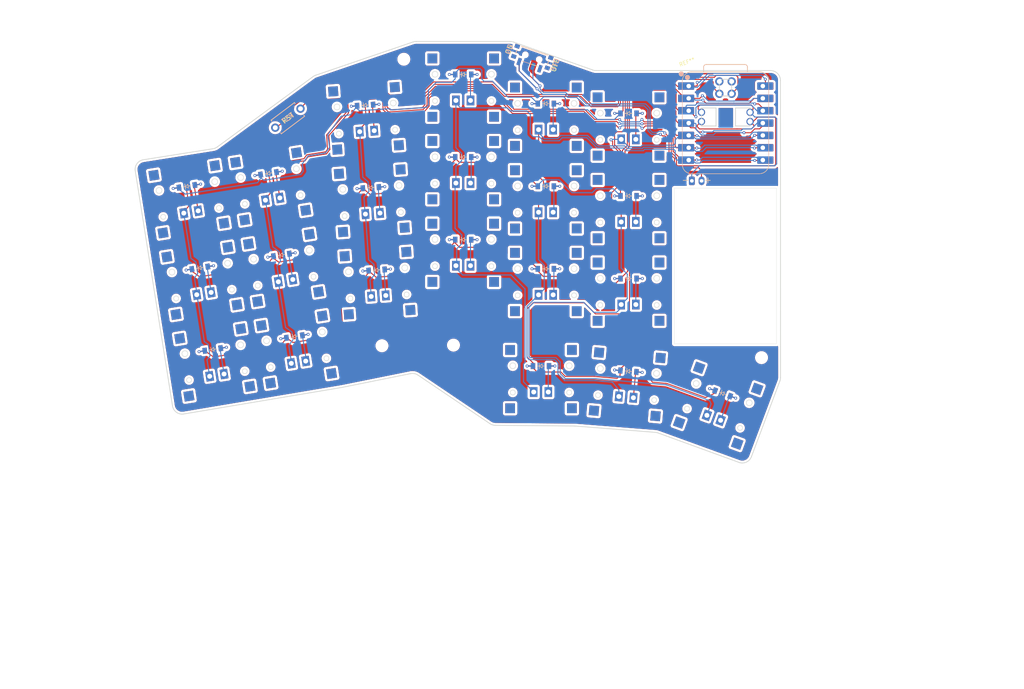
<source format=kicad_pcb>
(kicad_pcb (version 20240108) (generator "pcbnew") (generator_version "8.0")
  (title_block (title "left") (date "2025-08-03") (rev "v1.0.0") (company "Unknown"))
  (layers (0 "F.Cu" signal) (31 "B.Cu" signal) (34 "B.Paste" user) (35 "F.Paste" user) (36 "B.SilkS" user "B.Silkscreen") (37 "F.SilkS" user "F.Silkscreen") (38 "B.Mask" user) (39 "F.Mask" user) (44 "Edge.Cuts" user))
  (net 0 "")
  (net 1 "P4")
  (net 2 "outer_bottom")
  (net 3 "outer_home")
  (net 4 "outer_top")
  (net 5 "P5")
  (net 6 "pinky_bottom")
  (net 7 "pinky_home")
  (net 8 "pinky_top")
  (net 9 "P6")
  (net 10 "ring_bottom")
  (net 11 "ring_home")
  (net 12 "ring_top")
  (net 13 "P7")
  (net 14 "middle_bottom")
  (net 15 "middle_home")
  (net 16 "middle_top")
  (net 17 "P8")
  (net 18 "index_bottom")
  (net 19 "index_home")
  (net 20 "index_top")
  (net 21 "P9")
  (net 22 "inner_bottom")
  (net 23 "inner_home")
  (net 24 "inner_top")
  (net 25 "near_thumb")
  (net 26 "home_thumb")
  (net 27 "far_thumb")
  (net 28 "P2")
  (net 29 "P1")
  (net 30 "P0")
  (net 31 "P3")
  (net 32 "P10")
  (net 33 "VCC33")
  (net 34 "VCC5")
  (net 35 "GND")
  (net 36 "RST")
  (net 37 "RAW")
  (net 38 "DIO")
  (net 39 "CLK")
  (net 40 "BAT_P")
  (footprint "ceoloide:mounting_hole_npth" (layer "F.Cu") (at 136.100839 94.809523 4)
    (property "Reference" "MH3" (hide yes))
    (property "Value" "")
  )
  (footprint "CPG1316S01D02_mikeholscher" (layer "F.Cu") (at 118.52071 95.580148 9)
    (property "Reference" "CPG1316" (hide yes))
    (property "Value" "CPG1316S01D02_mikeholscher" (hide yes))
    (fp_circle (center -5.800003 -2.750002) (end -6.400001 -2.750001) (stroke (width 0.1)) (fill none) (layer "Edge.Cuts"))
    (fp_circle (center -5.799999 2.750001) (end -5.299998 2.749998) (stroke (width 0.1)) (fill none) (layer "Edge.Cuts"))
    (fp_circle (center 5.799999 -2.750001) (end 6.400003 -2.750003) (stroke (width 0.1)) (fill none) (layer "Edge.Cuts"))
    (fp_circle (center 5.800003 2.750002) (end 5.299998 2.749999) (stroke (width 0.1)) (fill none) (layer "Edge.Cuts"))
  )
  (footprint "ceoloide:diode_tht_sod123" (layer "F.Cu") (at 169.80696 44.977559)
    (property "Reference" "D15" (hide yes))
    (property "Value" "")
  )
  (footprint "ceoloide:diode_tht_sod123" (layer "F.Cu") (at 186.781973 100.046158 -5)
    (property "Reference" "D20" (hide yes))
    (property "Value" "")
  )
  (footprint "ceoloide:power_switch_smd_side" (layer "F.Cu") (at 167.006964 35.422561 71)
    (property "Reference" "PWR1" (hide yes))
    (property "Value" "")
  )
  (footprint "ceoloide:diode_tht_sod123" (layer "F.Cu") (at 152.806964 38.977561)
    (property "Reference" "D12" (hide yes))
    (property "Value" "")
  )
  (footprint "ceoloide:diode_tht_sod123" (layer "F.Cu") (at 133.825388 62.268984 4)
    (property "Reference" "D8" (hide yes))
    (property "Value" "")
  )
  (footprint "ceoloide:reset_switch_tht_top" (layer "F.Cu") (at 116.751189 47.970809 37)
    (property "Reference" "RST1" (hide yes))
    (property "Value" "")
  )
  (footprint "CPG1316S01D02_mikeholscher" (layer "F.Cu") (at 169.806958 81.677558)
    (property "Reference" "CPG1316" (hide yes))
    (property "Value" "CPG1316S01D02_mikeholscher" (hide yes))
    (fp_circle (center -5.8 -2.750005) (end -6.400001 -2.750002) (stroke (width 0.1)) (fill none) (layer "Edge.Cuts"))
    (fp_circle (center -5.799995 2.749998) (end -5.3 2.749994) (stroke (width 0.1)) (fill none) (layer "Edge.Cuts"))
    (fp_circle (center 5.799995 -2.749998) (end 6.4 -2.75) (stroke (width 0.1)) (fill none) (layer "Edge.Cuts"))
    (fp_circle (center 5.8 2.750005) (end 5.3 2.750002) (stroke (width 0.1)) (fill none) (layer "Edge.Cuts"))
  )
  (footprint "CPG1316S01D02_mikeholscher" (layer "F.Cu") (at 132.827866 48.003814 4)
    (property "Reference" "CPG1316" (hide yes))
    (property "Value" "CPG1316S01D02_mikeholscher" (hide yes))
    (fp_circle (center -5.799998 -2.749999) (end -6.400001 -2.750001) (stroke (width 0.1)) (fill none) (layer "Edge.Cuts"))
    (fp_circle (center -5.8 2.75) (end -5.3 2.750005) (stroke (width 0.1)) (fill none) (layer "Edge.Cuts"))
    (fp_circle (center 5.8 -2.75) (end 6.400001 -2.749998) (stroke (width 0.1)) (fill none) (layer "Edge.Cuts"))
    (fp_circle (center 5.799998 2.749999) (end 5.299999 2.750002) (stroke (width 0.1)) (fill none) (layer "Edge.Cuts"))
  )
  (footprint "CPG1316S01D02_mikeholscher" (layer "F.Cu") (at 168.806959 101.677555)
    (property "Reference" "CPG1316" (hide yes))
    (property "Value" "CPG1316S01D02_mikeholscher" (hide yes))
    (fp_circle (center -5.8 -2.750005) (end -6.400001 -2.750002) (stroke (width 0.1)) (fill none) (layer "Edge.Cuts"))
    (fp_circle (center -5.799995 2.749998) (end -5.3 2.749994) (stroke (width 0.1)) (fill none) (layer "Edge.Cuts"))
    (fp_circle (center 5.799995 -2.749998) (end 6.4 -2.75) (stroke (width 0.1)) (fill none) (layer "Edge.Cuts"))
    (fp_circle (center 5.8 2.750005) (end 5.3 2.750002) (stroke (width 0.1)) (fill none) (layer "Edge.Cuts"))
  )
  (footprint "ceoloide:diode_tht_sod123" (layer "F.Cu") (at 98.648251 78.782068 9)
    (property "Reference" "D2" (hide yes))
    (property "Value" "")
  )
  (footprint "ceoloide:diode_tht_sod123" (layer "F.Cu") (at 152.806961 55.977561)
    (property "Reference" "D11" (hide yes))
    (property "Value" "")
  )
  (footprint "ceoloide:diode_tht_sod123" (layer "F.Cu") (at 169.806964 78.977559)
    (property "Reference" "D13" (hide yes))
    (property "Value" "")
  )
  (footprint "ceoloide:mounting_hole_npth" (layer "F.Cu") (at 150.806957 94.677559)
    (property "Reference" "MH4" (hide yes))
    (property "Value" "")
  )
  (footprint "ceoloide:diode_tht_sod123" (layer "F.Cu") (at 152.80696 72.97756)
    (property "Reference" "D10" (hide yes))
    (property "Value" "")
  )
  (footprint "CPG1316S01D02_mikeholscher" (layer "F.Cu") (at 99.070625 81.448826 9)
    (property "Reference" "CPG1316" (hide yes))
    (property "Value" "CPG1316S01D02_mikeholscher" (hide yes))
    (fp_circle (center -5.800003 -2.750002) (end -6.400001 -2.750001) (stroke (width 0.1)) (fill none) (layer "Edge.Cuts"))
    (fp_circle (center -5.799999 2.750001) (end -5.299998 2.749998) (stroke (width 0.1)) (fill none) (layer "Edge.Cuts"))
    (fp_circle (center 5.799999 -2.750001) (end 6.400003 -2.750003) (stroke (width 0.1)) (fill none) (layer "Edge.Cuts"))
    (fp_circle (center 5.800003 2.750002) (end 5.299998 2.749999) (stroke (width 0.1)) (fill none) (layer "Edge.Cuts"))
  )
  (footprint "ceoloide:diode_tht_sod123" (layer "F.Cu") (at 112.779567 59.331977 9)
    (property "Reference" "D6" (hide yes))
    (property "Value" "")
  )
  (footprint "CPG1316S01D02_mikeholscher" (layer "F.Cu") (at 186.806961 49.677558)
    (property "Reference" "CPG1316" (hide yes))
    (property "Value" "CPG1316S01D02_mikeholscher" (hide yes))
    (fp_circle (center -5.8 -2.750005) (end -6.400001 -2.750002) (stroke (width 0.1)) (fill none) (layer "Edge.Cuts"))
    (fp_circle (center -5.799995 2.749998) (end -5.3 2.749994) (stroke (width 0.1)) (fill none) (layer "Edge.Cuts"))
    (fp_circle (center 5.799995 -2.749998) (end 6.4 -2.75) (stroke (width 0.1)) (fill none) (layer "Edge.Cuts"))
    (fp_circle (center 5.8 2.750005) (end 5.3 2.750002) (stroke (width 0.1)) (fill none) (layer "Edge.Cuts"))
  )
  (footprint "ceoloide:mounting_hole_npth" (layer "F.Cu") (at 214.161383 97.252158 -20)
    (property "Reference" "MH1" (hide yes))
    (property "Value" "")
  )
  (footprint "ceoloide:diode_tht_sod123" (layer "F.Cu") (at 206.162427 104.610092 -20)
    (property "Reference" "D21" (hide yes))
    (property "Value" "")
  )
  (footprint "ceoloide:diode_tht_sod123" (layer "F.Cu") (at 168.80696 98.977556)
    (property "Reference" "D19" (hide yes))
    (property "Value" "")
  )
  (footprint "ceoloide:diode_tht_sod123" (layer "F.Cu") (at 115.438952 76.122684 9)
    (property "Reference" "D5" (hide yes))
    (property "Value" "")
  )
  (footprint "CPG1316S01D02_mikeholscher" (layer "F.Cu") (at 134.013732 64.962403 4)
    (property "Reference" "CPG1316" (hide yes))
    (property "Value" "CPG1316S01D02_mikeholscher" (hide yes))
    (fp_circle (center -5.799998 -2.749999) (end -6.400001 -2.750001) (stroke (width 0.1)) (fill none) (layer "Edge.Cuts"))
    (fp_circle (center -5.8 2.75) (end -5.3 2.750005) (stroke (width 0.1)) (fill none) (layer "Edge.Cuts"))
    (fp_circle (center 5.8 -2.75) (end 6.400001 -2.749998) (stroke (width 0.1)) (fill none) (layer "Edge.Cuts"))
    (fp_circle (center 5.799998 2.749999) (end 5.299999 2.750002) (stroke (width 0.1)) (fill none) (layer "Edge.Cuts"))
  )
  (footprint "ceoloide:diode_tht_sod123" (layer "F.Cu") (at 186.806955 63.977556)
    (property "Reference" "D17" (hide yes))
    (property "Value" "")
  )
  (footprint "CPG1316S01D02_mikeholscher" (layer "F.Cu") (at 135.199591 81.920995 4)
    (property "Reference" "CPG1316" (hide yes))
    (property "Value" "CPG1316S01D02_mikeholscher" (hide yes))
    (fp_circle (center -5.799998 -2.749999) (end -6.400001 -2.750001) (stroke (width 0.1)) (fill none) (layer "Edge.Cuts"))
    (fp_circle (center -5.8 2.75) (end -5.3 2.750005) (stroke (width 0.1)) (fill none) (layer "Edge.Cuts"))
    (fp_circle (center 5.8 -2.75) (end 6.400001 -2.749998) (stroke (width 0.1)) (fill none) (layer "Edge.Cuts"))
    (fp_circle (center 5.799998 2.749999) (end 5.299999 2.750002) (stroke (width 0.1)) (fill none) (layer "Edge.Cuts"))
  )
  (footprint "CPG1316S01D02_mikeholscher" (layer "F.Cu") (at 169.806962 47.677558)
    (property "Reference" "CPG1316" (hide yes))
    (property "Value" "CPG1316S01D02_mikeholscher" (hide yes))
    (fp_circle (center -5.8 -2.750005) (end -6.400001 -2.750002) (stroke (width 0.1)) (fill none) (layer "Edge.Cuts"))
    (fp_circle (center -5.799995 2.749998) (end -5.3 2.749994) (stroke (width 0.1)) (fill none) (layer "Edge.Cuts"))
    (fp_circle (center 5.799995 -2.749998) (end 6.4 -2.75) (stroke (width 0.1)) (fill none) (layer "Edge.Cuts"))
    (fp_circle (center 5.8 2.750005) (end 5.3 2.750002) (stroke (width 0.1)) (fill none) (layer "Edge.Cuts"))
  )
  (footprint "CPG1316S01D02_mikeholscher" (layer "F.Cu") (at 152.806958 58.677557)
    (property "Reference" "CPG1316" (hide yes))
    (property "Value" "CPG1316S01D02_mikeholscher" (hide yes))
    (fp_circle (center -5.8 -2.750005) (end -6.400001 -2.750002) (stroke (width 0.1)) (fill none) (layer "Edge.Cuts"))
    (fp_circle (center -5.799995 2.749998) (end -5.3 2.749994) (stroke (width 0.1)) (fill none) (layer "Edge.Cuts"))
    (fp_circle (center 5.799995 -2.749998) (end 6.4 -2.75) (stroke (width 0.1)) (fill none) (layer "Edge.Cuts"))
    (fp_circle (center 5.8 2.750005) (end 5.3 2.750002) (stroke (width 0.1)) (fill none) (layer "Edge.Cuts"))
  )
  (footprint "CPG1316S01D02_mikeholscher" (layer "F.Cu") (at 186.806964 66.677556)
    (property "Reference" "CPG1316" (hide yes))
    (property "Value" "CPG1316S01D02_mikeholscher" (hide yes))
    (fp_circle (center -5.8 -2.750005) (end -6.400001 -2.750002) (stroke (width 0.1)) (fill none) (layer "Edge.Cuts"))
    (fp_circle (center -5.799995 2.749998) (end -5.3 2.749994) (stroke (width 0.1)) (fill none) (layer "Edge.Cuts"))
    (fp_circle (center 5.799995 -2.749998) (end 6.4 -2.75) (stroke (width 0.1)) (fill none) (layer "Edge.Cuts"))
    (fp_circle (center 5.8 2.750005) (end 5.3 2.750002) (stroke (width 0.1)) (fill none) (layer "Edge.Cuts"))
  )
  (footprint "CPG1316S01D02_mikeholscher" (layer "F.Cu") (at 169.806959 64.677561)
    (property "Reference" "CPG1316" (hide yes))
    (property "Value" "CPG1316S01D02_mikeholscher" (hide yes))
    (fp_circle (center -5.8 -2.750005) (end -6.400001 -2.750002) (stroke (width 0.1)) (fill none) (layer "Edge.Cuts"))
    (fp_circle (center -5.799995 2.749998) (end -5.3 2.749994) (stroke (width 0.1)) (fill none) (layer "Edge.Cuts"))
    (fp_circle (center 5.799995 -2.749998) (end 6.4 -2.75) (stroke (width 0.1)) (fill none) (layer "Edge.Cuts"))
    (fp_circle (center 5.8 2.750005) (end 5.3 2.750002) (stroke (width 0.1)) (fill none) (layer "Edge.Cuts"))
  )
  (footprint "ceoloide:mounting_hole_npth" (layer "F.Cu") (at 140.598443 35.842143 4)
    (property "Reference" "MH2" (hide yes))
    (property "Value" "")
  )
  (footprint "ceoloide:diode_tht_sod123" (layer "F.Cu") (at 135.011244 79.227568 4)
    (property "Reference" "D7" (hide yes))
    (property "Value" "")
  )
  (footprint "ceoloide:diode_tht_sod123" (layer "F.Cu") (at 95.988862 61.991364 9)
    (property "Reference" "D3" (hide yes))
    (property "Value" "")
  )
  (footprint "CPG1316S01D02_mikeholscher" (layer "F.Cu") (at 96.411237 64.658126 9)
    (property "Reference" "CPG1316" (hide yes))
    (property "Value" "CPG1316S01D02_mikeholscher" (hide yes))
    (fp_circle (center -5.800003 -2.750002) (end -6.400001 -2.750001) (stroke (width 0.1)) (fill none) (layer "Edge.Cuts"))
    (fp_circle (center -5.799999 2.750001) (end -5.299998 2.749998) (stroke (width 0.1)) (fill none) (layer "Edge.Cuts"))
    (fp_circle (center 5.799999 -2.750001) (end 6.400003 -2.750003) (stroke (width 0.1)) (fill none) (layer "Edge.Cuts"))
    (fp_circle (center 5.800003 2.750002) (end 5.299998 2.749999) (stroke (width 0.1)) (fill none) (layer "Edge.Cuts"))
  )
  (footprint "ceoloide:diode_tht_sod123" (layer "F.Cu") (at 118.098339 92.913381 9)
    (property "Reference" "D4" (hide yes))
    (property "Value" "")
  )
  (footprint "CPG1316S01D02_mikeholscher" (layer "F.Cu") (at 152.806963 41.677559)
    (property "Reference" "CPG1316" (hide yes))
    (property "Value" "CPG1316S01D02_mikeholscher" (hide yes))
    (fp_circle (center -5.8 -2.750005) (end -6.400001 -2.750002) (stroke (width 0.1)) (fill none) (layer "Edge.Cuts"))
    (fp_circle (center -5.799995 2.749998) (end -5.3 2.749994) (stroke (width 0.1)) (fill none) (layer "Edge.Cuts"))
    (fp_circle (center 5.799995 -2.749998) (end 6.4 -2.75) (stroke (width 0.1)) (fill none) (layer "Edge.Cuts"))
    (fp_circle (center 5.8 2.750005) (end 5.3 2.750002) (stroke (width 0.1)) (fill none) (layer "Edge.Cuts"))
  )
  (footprint "ceoloide:diode_tht_sod123" (layer "F.Cu") (at 186.80696 80.977555)
    (property "Reference" "D16" (hide yes))
    (property "Value" "")
  )
  (footprint "ceoloide:diode_tht_sod123" (layer "F.Cu") (at 169.806962 61.977553)
    (property "Reference" "D14" (hide yes))
    (property "Value" "")
  )
  (footprint "ceoloide:diode_tht_sod123" (layer "F.Cu") (at 101.307638 95.572771 9)
    (property "Reference" "D1" (hide yes))
    (property "Value" "")
  )
  (footprint "CPG1316S01D02_mikeholscher" (layer "F.Cu") (at 186.80696 83.677556)
    (property "Reference" "CPG1316" (hide yes))
    (property "Value" "CPG1316S01D02_mikeholscher" (hide yes))
    (fp_circle (center -5.8 -2.750005) (end -6.400001 -2.750002) (stroke (width 0.1)) (fill none) (layer "Edge.Cuts"))
    (fp_circle (center -5.799995 2.749998) (end -5.3 2.749994) (stroke (width 0.1)) (fill none) (layer "Edge.Cuts"))
    (fp_circle (center 5.799995 -2.749998) (end 6.4 -2.75) (stroke (width 0.1)) (fill none) (layer "Edge.Cuts"))
    (fp_circle (center 5.8 2.750005) (end 5.3 2.750002) (stroke (width 0.1)) (fill none) (layer "Edge.Cuts"))
  )
  (footprint "CPG1316S01D02_mikeholscher" (layer "F.Cu") (at 113.201937 61.998738 9)
    (property "Reference" "CPG1316" (hide yes))
    (property "Value" "CPG1316S01D02_mikeholscher" (hide yes))
    (fp_circle (center -5.800003 -2.750002) (end -6.400001 -2.750001) (stroke (width 0.1)) (fill none) (layer "Edge.Cuts"))
    (fp_circle (center -5.799999 2.750001) (end -5.299998 2.749998) (stroke (width 0.1)) (fill none) (layer "Edge.Cuts"))
    (fp_circle (center 5.799999 -2.750001) (end 6.400003 -2.750003) (stroke (width 0.1)) (fill none) (layer "Edge.Cuts"))
    (fp_circle (center 5.800003 2.750002) (end 5.299998 2.749999) (stroke (width 0.1)) (fill none) (layer "Edge.Cuts"))
  )
  (footprint "CPG1316S01D02_mikeholscher" (layer "F.Cu") (at 205.238967 107.147271 -20)
    (property "Reference" "CPG1316" (hide yes))
    (property "Value" "CPG1316S01D02_mikeholscher" (hide yes))
    (fp_circle (center -5.799997 2.749998) (end -5.300004 2.749998) (stroke (width 0.1)) (fill none) (layer "Edge.Cuts"))
    (fp_circle (center -5.799996 -2.749998) (end -6.4 -2.750002) (stroke (width 0.1)) (fill none) (layer "Edge.Cuts"))
    (fp_circle (center 5.799996 2.749998) (end 5.299999 2.749997) (stroke (width 0.1)) (fill none) (layer "Edge.Cuts"))
    (fp_circle (center 5.799997 -2.749998) (end 6.399998 -2.750002) (stroke (width 0.1)) (fill none) (layer "Edge.Cuts"))
  )
  (footprint "ceoloide:diode_tht_sod123" (layer "F.Cu") (at 186.80696 46.977557)
    (property "Reference" "D18" (hide yes))
    (property "Value" "")
  )
  (footprint "ceoloide:diode_tht_sod123" (layer "F.Cu") (at 132.63953 45.310394 4)
    (property "Reference" "D9" (hide yes))
    (property "Value" "")
  )
  (footprint "ceoloide:battery_connector_jst_ph_2" (layer "F.Cu") (at 200.83 60.869999)
    (property "Reference" "JST1" (hide yes))
    (property "Value" "")
  )
  (footprint "CPG1316S01D02_mikeholscher" (layer "F.Cu") (at 152.806963 75.677557)
    (property "Reference" "CPG1316" (hide yes))
    (property "Value" "CPG1316S01D02_mikeholscher" (hide yes))
    (fp_circle (center -5.8 -2.750005) (end -6.400001 -2.750002) (stroke (width 0.1)) (fill none) (layer "Edge.Cuts"))
    (fp_circle (center -5.799995 2.749998) (end -5.3 2.749994) (stroke (width 0.1)) (fill none) (layer "Edge.Cuts"))
    (fp_circle (center 5.799995 -2.749998) (end 6.4 -2.75) (stroke (width 0.1)) (fill none) (layer "Edge.Cuts"))
    (fp_circle (center 5.8 2.750005) (end 5.3 2.750002) (stroke (width 0.1)) (fill none) (layer "Edge.Cuts"))
  )
  (footprint "XIAO-nRF52840-SMD" (layer "F.Cu") (at 206.806958 48.97756)
    (property "Reference" "REF**")
    (property "Value" "XIAO-nRF52840-SMD")
    (fp_line (start -5.000001 -0.763504) (end -5.000002 -1.768497) (stroke (width 0.15)) (layer "Edge.Cuts"))
    (fp_line (start -4.999999 -2.668503) (end -4.999997 -3.100002) (stroke (width 0.15)) (layer "Edge.Cuts"))
    (fp_line (start -4.999999 0.599998) (end -5 0.136501) (stroke (width 0.15)) (layer "Edge.Cuts"))
    (fp_line (start -4.999997 -3.100002) (end -1.999999 -3.100002) (stroke (width 0.15)) (layer "Edge.Cuts"))
    (fp_line (start -2.000003 0.600001) (end -4.999999 0.599998) (stroke (width 0.15)) (layer "Edge.Cuts"))
    (fp_line (start -1.999999 -3.100002) (end -2.000003 0.600001) (stroke (width 0.15)) (layer "Edge.Cuts"))
    (fp_line (start -1.325003 -6.478497) (end -1.324996 -8.118501) (stroke (width 0.15)) (layer "Edge.Cuts"))
    (fp_line (start -1.325002 -9.018497) (end 1.215 -9.018501) (stroke (width 0.15)) (layer "Edge.Cuts"))
    (fp_line (start 1.214999 -5.5785) (end -1.324999 -5.578499) (stroke (width 0.15)) (layer "Edge.Cuts"))
    (fp_line (start 1.215003 -8.118496) (end 1.215004 -6.478504) (stroke (width 0.15)) (layer "Edge.Cuts"))
    (fp_line (start 2.000001 0.600002) (end 5.000003 0.599995) (stroke (width 0.15)) (layer "Edge.Cuts"))
    (fp_line (start 2.000004 -3.100003) (end 2.000001 0.600002) (stroke (width 0.15)) (layer "Edge.Cuts"))
    (fp_line (start 4.999999 -2.668499) (end 5 -3.099999) (stroke (width 0.15)) (layer "Edge.Cuts"))
    (fp_line (start 4.999999 -0.763496) (end 5.000005 -1.7685) (stroke (width 0.15)) (layer "Edge.Cuts"))
    (fp_line (start 5 -3.099999) (end 2.000004 -3.100003) (stroke (width 0.15)) (layer "Edge.Cuts"))
    (fp_line (start 5.000003 0.599995) (end 5 0.136505) (stroke (width 0.15)) (layer "Edge.Cuts"))
    (fp_arc (start -5.000001 -0.763504) (mid -4.549998 -0.313503) (end -5 0.136501) (stroke (width 0.15)) (layer "Edge.Cuts"))
    (fp_arc (start -4.999999 -2.668503) (mid -4.550003 -2.218498) (end -5.000002 -1.768497) (stroke (width 0.15)) (layer "Edge.Cuts"))
    (fp_arc (start -1.325003 -6.478497) (mid -0.875003 -6.0285) (end -1.324999 -5.578499) (stroke (width 0.15)) (layer "Edge.Cuts"))
    (fp_arc (start -1.325002 -9.018497) (mid -0.875 -8.568502) (end -1.324996 -8.118501) (stroke (width 0.15)) (layer "Edge.Cuts"))
    (fp_arc (start 1.214999 -5.5785) (mid 0.765007 -6.028505) (end 1.215004 -6.478504) (stroke (width 0.15)) (layer "Edge.Cuts"))
    (fp_arc (start 1.215003 -8.118496) (mid 0.764996 -8.568498) (end 1.215 -9.018501) (stroke (width 0.15)) (layer "Edge.Cuts"))
    (fp_arc (start 5 0.136505) (mid 4.549995 -0.313499) (end 4.999999 -0.763496) (stroke (width 0.15)) (layer "Edge.Cuts"))
    (fp_arc (start 5.000005 -1.7685) (mid 4.55 -2.218497) (end 4.999999 -2.668499) (stroke (width 0.15)) (layer "Edge.Cuts"))
  )
  (footprint "CPG1316S01D02_mikeholscher" (layer "F.Cu") (at 101.730011 98.239528 9)
    (property "Reference" "CPG1316" (hide yes))
    (property "Value" "CPG1316S01D02_mikeholscher" (hide yes))
    (fp_circle (center -5.800003 -2.750002) (end -6.400001 -2.750001) (stroke (width 0.1)) (fill none) (layer "Edge.Cuts"))
    (fp_circle (center -5.799999 2.750001) (end -5.299998 2.749998) (stroke (width 0.1)) (fill none) (layer "Edge.Cuts"))
    (fp_circle (center 5.799999 -2.750001) (end 6.400003 -2.750003) (stroke (width 0.1)) (fill none) (layer "Edge.Cuts"))
    (fp_circle (center 5.800003 2.750002) (end 5.299998 2.749999) (stroke (width 0.1)) (fill none) (layer "Edge.Cuts"))
  )
  (footprint "CPG1316S01D02_mikeholscher" (layer "F.Cu") (at 115.86133 78.78944 9)
    (property "Reference" "CPG1316" (hide yes))
    (property "Value" "CPG1316S01D02_mikeholscher" (hide yes))
    (fp_circle (center -5.800003 -2.750002) (end -6.400001 -2.750001) (stroke (width 0.1)) (fill none) (layer "Edge.Cuts"))
    (fp_circle (center -5.799999 2.750001) (end -5.299998 2.749998) (stroke (width 0.1)) (fill none) (layer "Edge.Cuts"))
    (fp_circle (center 5.799999 -2.750001) (end 6.400003 -2.750003) (stroke (width 0.1)) (fill none) (layer "Edge.Cuts"))
    (fp_circle (center 5.800003 2.750002) (end 5.299998 2.749999) (stroke (width 0.1)) (fill none) (layer "Edge.Cuts"))
  )
  (footprint "CPG1316S01D02_mikeholscher" (layer "F.Cu") (at 186.546648 102.735883 -5)
    (property "Reference" "CPG1316" (hide yes))
    (property "Value" "CPG1316S01D02_mikeholscher" (hide yes))
    (fp_circle (center -5.800001 2.750002) (end -5.3 2.75) (stroke (width 0.1)) (fill none) (layer "Edge.Cuts"))
    (fp_circle (center -5.800003 -2.749998) (end -6.399999 -2.750001) (stroke (width 0.1)) (fill none) (layer "Edge.Cuts"))
    (fp_circle (center 5.800003 2.749998) (end 5.300002 2.750003) (stroke (width 0.1)) (fill none) (layer "Edge.Cuts"))
    (fp_circle (center 5.800001 -2.750002) (end 6.400002 -2.749999) (stroke (width 0.1)) (fill none) (layer "Edge.Cuts"))
  )
  (gr_line (start 217.944958 102.049451) (end 212.08312 117.642062) (stroke (width 0.15)) (layer "Edge.Cuts"))
  (gr_line (start 175.686985 111.327557) (end 159.409065 111.182902) (stroke (width 0.15)) (layer "Edge.Cuts"))
  (gr_arc (start 218.072879 101.344848) (mid 218.040707 101.702921) (end 217.944958 102.049451) (stroke (width 0.15)) (layer "Edge.Cuts"))
  (gr_arc (start 95.330185 108.852417) (mid 93.830841 108.503591) (end 93.023437 107.19293) (stroke (width 0.15)) (layer "Edge.Cuts"))
  (gr_arc (start 212.08312 117.642062) (mid 211.046714 118.755297) (end 209.526999 118.817665) (stroke (width 0.15)) (layer "Edge.Cuts"))
  (gr_arc (start 162.464376 32.177556) (mid 162.802041 32.206272) (end 163.130012 32.291577) (stroke (width 0.15)) (layer "Edge.Cuts"))
  (gr_arc (start 175.686985 111.327557) (mid 175.756668 111.32939) (end 175.826244 111.333656) (stroke (width 0.15)) (layer "Edge.Cuts"))
  (gr_arc (start 216.047781 38.177557) (mid 217.461697 38.763051) (end 218.04778 40.176739) (stroke (width 0.15)) (layer "Edge.Cuts"))
  (gr_line (start 180.149546 38.177556) (end 216.047781 38.177557) (stroke (width 0.15)) (layer "Edge.Cuts"))
  (gr_line (start 192.321562 112.632773) (end 175.826244 111.333656) (stroke (width 0.15)) (layer "Edge.Cuts"))
  (gr_line (start 158.307885 110.840685) (end 143.500489 100.845692) (stroke (width 0.15)) (layer "Edge.Cuts"))
  (gr_arc (start 141.986692 100.542756) (mid 142.773994 100.542292) (end 143.500489 100.845692) (stroke (width 0.15)) (layer "Edge.Cuts"))
  (gr_line (start 127.8471 103.389286) (end 95.330185 108.852417) (stroke (width 0.15)) (layer "Edge.Cuts"))
  (gr_arc (start 102.230487 53.892295) (mid 101.816513 54.126339) (end 101.358992 54.25606) (stroke (width 0.15)) (layer "Edge.Cuts"))
  (gr_arc (start 121.942331 39.406195) (mid 122.200377 39.245256) (end 122.479839 39.125299) (stroke (width 0.15)) (layer "Edge.Cuts"))
  (gr_arc (start 127.910584 103.377565) (mid 127.878889 103.383682) (end 127.8471 103.389286) (stroke (width 0.15)) (layer "Edge.Cuts"))
  (gr_line (start 93.023437 107.19293) (end 85.3611 58.814806) (stroke (width 0.15)) (layer "Edge.Cuts"))
  (gr_poly (pts (xy 196.24 62.4) (xy 217.239999 62.400001) (xy 217.24 94.399998) (xy 196.239999 94.400001)) (stroke (width 0.05)) (fill none) (layer "Edge.Cuts"))
  (gr_line (start 218.04778 40.176739) (end 218.072879 101.344848) (stroke (width 0.15)) (layer "Edge.Cuts"))
  (gr_line (start 102.230487 53.892295) (end 121.942331 39.406195) (stroke (width 0.15)) (layer "Edge.Cuts"))
  (gr_arc (start 142.492467 32.285051) (mid 142.811459 32.204619) (end 143.13932 32.177557) (stroke (width 0.15)) (layer "Edge.Cuts"))
  (gr_line (start 87.023606 56.526561) (end 101.358992 54.25606) (stroke (width 0.15)) (layer "Edge.Cuts"))
  (gr_line (start 122.479839 39.125299) (end 142.492467 32.285051) (stroke (width 0.15)) (layer "Edge.Cuts"))
  (gr_line (start 141.986692 100.542756) (end 127.910584 103.377565) (stroke (width 0.15)) (layer "Edge.Cuts"))
  (gr_line (start 209.526999 118.817665) (end 192.848578 112.747213) (stroke (width 0.15)) (layer "Edge.Cuts"))
  (gr_line (start 163.130012 32.291577) (end 179.483907 38.063541) (stroke (width 0.15)) (layer "Edge.Cuts"))
  (gr_line (start 143.13932 32.177557) (end 162.464376 32.177556) (stroke (width 0.15)) (layer "Edge.Cuts"))
  (gr_arc (start 159.409065 111.182902) (mid 158.833279 111.092868) (end 158.307885 110.840685) (stroke (width 0.15)) (layer "Edge.Cuts"))
  (gr_arc (start 85.3611 58.814806) (mid 85.71847 57.3264) (end 87.023606 56.526561) (stroke (width 0.15)) (layer "Edge.Cuts"))
  (gr_arc (start 192.321562 112.632773) (mid 192.588946 112.672144) (end 192.848578 112.747213) (stroke (width 0.15)) (layer "Edge.Cuts"))
  (gr_arc (start 180.149546 38.177556) (mid 179.811879 38.148848) (end 179.483907 38.063541) (stroke (width 0.15)) (layer "Edge.Cuts"))
  (segment (start 196.169999 49.37) (end 196.169997 51.000002) (width 0.2) (layer "F.Cu") (net 1))
  (segment (start 96.325943 60.53661) (end 95.702503 61.394699) (width 0.2) (layer "F.Cu") (net 1))
  (segment (start 190.04 48.729999) (end 195.530002 48.73) (width 0.2) (layer "F.Cu") (net 1))
  (segment (start 198.7144 51.580002) (end 200.870002 51.579999) (width 0.2) (layer "F.Cu") (net 1))
  (segment (start 163.259999 46.14) (end 158.57 41.45) (width 0.2) (layer "F.Cu") (net 1))
  (segment (start 189.56 48.250002) (end 190.04 48.729999) (width 0.2) (layer "F.Cu") (net 1))
  (segment (start 144.39653 45.808998) (end 137.833246 46.267947) (width 0.2) (layer "F.Cu") (net 1))
  (segment (start 136.11364 42.964851) (end 129.479842 43.428733) (width 0.2) (layer "F.Cu") (net 1))
  (segment (start 128.812684 46.718286) (end 124.7093 51.438687) (width 0.2) (layer "F.Cu") (net 1))
  (segment (start 137.833246 46.267947) (end 137.139487 45.66487) (width 0.2) (layer "F.Cu") (net 1))
  (segment (start 196.169997 51.000002) (end 196.687563 51.51756) (width 0.2) (layer "F.Cu") (net 1))
  (segment (start 184.800001 48.24) (end 184.93 48.369999) (width 0.2) (layer "F.Cu") (net 1))
  (segment (start 184.950001 48.230002) (end 179.860002 48.230002) (width 0.2) (layer "F.Cu") (net 1))
  (segment (start 179.860002 48.230002) (end 177.770002 46.140001) (width 0.2) (layer "F.Cu") (net 1))
  (segment (start 96.423665 65.947943) (end 95.334307 67.44732) (width 0.2) (layer "F.Cu") (net 1))
  (segment (start 95.702503 61.394699) (end 96.423665 65.947943) (width 0.2) (layer "F.Cu") (net 1))
  (segment (start 196.687563 51.51756) (end 198.651959 51.517559) (width 0.2) (layer "F.Cu") (net 1))
  (segment (start 129.29428 43.642198) (end 128.649455 44.383983) (width 0.2) (layer "F.Cu") (net 1))
  (segment (start 129.479842 43.428733) (end 129.29428 43.642198) (width 0.2) (layer "F.Cu") (net 1))
  (segment (start 198.651959 51.517559) (end 198.7144 51.580002) (width 0.2) (layer "F.Cu") (net 1))
  (segment (start 124.913316 54.35623) (end 124.52908 54.885085) (width 0.2) (layer "F.Cu") (net 1))
  (segment (start 120.048961 56.323641) (end 113.056126 57.4312) (width 0.2) (layer "F.Cu") (net 1))
  (segment (start 113.056126 57.4312) (end 112.682063 57.946055) (width 0.2) (layer "F.Cu") (net 1))
  (segment (start 184.979999 48.259999) (end 184.950001 48.230002) (width 0.2) (layer "F.Cu") (net 1))
  (segment (start 137.004857 43.739572) (end 137.139487 45.66487) (width 0.2) (layer "F.Cu") (net 1))
  (segment (start 112.682063 57.946055) (end 96.325943 60.53661) (width 0.2) (layer "F.Cu") (net 1))
  (segment (start 177.770002 46.140001) (end 163.259999 46.14) (width 0.2) (layer "F.Cu") (net 1))
  (segment (start 144.972406 45.146525) (end 144.39653 45.808998) (width 0.2) (layer "F.Cu") (net 1))
  (segment (start 136.311101 43.136498) (end 136.11364 42.964851) (width 0.2) (layer "F.Cu") (net 1))
  (segment (start 158.57 41.45) (end 147.046792 41.449999) (width 0.2) (layer "F.Cu") (net 1))
  (segment (start 95.334307 67.44732) (end 95.344258 67.510149) (width 0.2) (layer "F.Cu") (net 1))
  (segment (start 147.046792 41.449999) (end 144.972407 43.524383) (width 0.2) (layer "F.Cu") (net 1))
  (segment (start 136.311101 43.136498) (end 137.004857 43.739572) (width 0.2) (layer "F.Cu") (net 1))
  (segment (start 120.647469 55.499873) (end 120.048961 56.323641) (width 0.2) (layer "F.Cu") (net 1))
  (segment (start 128.649455 44.383983) (end 128.812684 46.718286) (width 0.2) (layer "F.Cu") (net 1))
  (segment (start 124.52908 54.885085) (end 120.647469 55.499873) (width 0.2) (layer "F.Cu") (net 1))
  (segment (start 195.530002 48.73) (end 196.169999 49.37) (width 0.2) (layer "F.Cu") (net 1))
  (segment (start 144.972407 43.524383) (end 144.972406 45.146525) (width 0.2) (layer "F.Cu") (net 1))
  (segment (start 124.7093 51.438687) (end 124.913316 54.35623) (width 0.2) (layer "F.Cu") (net 1))
  (via (at 189.56 48.250002) (size 0.6) (drill 0.3) (layers "F.Cu" "B.Cu") (net 1))
  (via (at 200.870002 51.579999) (size 0.6) (drill 0.3) (layers "F.Cu" "B.Cu") (net 1))
  (via (at 184.979999 48.259999) (size 0.6) (drill 0.3) (layers "F.Cu" "B.Cu") (net 1))
  (segment (start 95.344256 67.510153) (end 96.820275 76.829366) (width 0.2) (layer "B.Cu") (net 1))
  (segment (start 100.663028 101.091555) (end 100.130588 97.729843) (width 0.2) (layer "B.Cu") (net 1))
  (segment (start 99.572935 93.950042) (end 98.049983 84.334515) (width 0.2) (layer "B.Cu") (net 1))
  (segment (start 200.870002 51.579999) (end 201.160003 51.580001) (width 0.2) (layer "B.Cu") (net 1))
  (segment (start 97.486 77.321787) (end 97.829243 77.571163) (width 0.2) (layer "B.Cu") (net 1))
  (segment (start 212.44 50.87) (end 214.274401 50.870003) (width 0.2) (layer "B.Cu") (net 1))
  (segment (start 100.130588 97.729843) (end 100.737819 96.894059) (width 0.2) (layer "B.Cu") (net 1))
  (segment (start 97.829243 77.571163) (end 98.204686 79.941619) (width 0.2) (layer "B.Cu") (net 1))
  (segment (start 96.820275 76.829366) (end 97.484443 77.311914) (width 0.2) (layer "B.Cu") (net 1))
  (segment (start 184.979999 48.259999) (end 185.459999 48.739998) (width 0.2) (layer "B.Cu") (net 1))
  (segment (start 189.070003 48.739999) (end 189.56 48.250002) (width 0.2) (layer "B.Cu") (net 1))
  (segment (start 98.049983 84.334515) (end 98.003644 84.300853) (width 0.2) (layer "B.Cu") (net 1))
  (segment (start 97.484443 77.311914) (end 97.486 77.321787) (width 0.2) (layer "B.Cu") (net 1))
  (segment (start 214.274401 50.870003) (end 214.921955 51.517555) (width 0.2) (layer "B.Cu") (net 1))
  (segment (start 211.479999 51.83) (end 212.44 50.87) (width 0.2) (layer "B.Cu") (net 1))
  (segment (start 98.070562 84.208744) (end 98.003644 84.300853) (width 0.2) (layer "B.Cu") (net 1))
  (segment (start 185.459999 48.739998) (end 189.070003 48.739999) (width 0.2) (layer "B.Cu") (net 1))
  (segment (start 97.539686 80.856911) (end 98.070562 84.208744) (width 0.2) (layer "B.Cu") (net 1))
  (segment (start 201.41 51.830002) (end 211.479999 51.83) (width 0.2) (layer "B.Cu") (net 1))
  (segment (start 100.362379 94.523606) (end 99.572935 93.950042) (width 0.2) (layer "B.Cu") (net 1))
  (segment (start 100.737819 96.894059) (end 100.362379 94.523606) (width 0.2) (layer "B.Cu") (net 1))
  (segment (start 98.204686 79.941619) (end 97.539686 80.856911) (width 0.2) (layer "B.Cu") (net 1))
  (segment (start 201.160003 51.580001) (end 201.41 51.830002) (width 0.2) (layer "B.Cu") (net 1))
  (segment (start 102.937324 95.31465) (end 104.122551 95.126935) (width 0.25) (layer "F.Cu") (net 2))
  (via (at 104.122551 95.126935) (size 0.6) (drill 0.3) (layers "F.Cu" "B.Cu") (net 2))
  (segment (start 103.626094 100.62225) (end 103.75078 100.450635) (width 0.2) (layer "B.Cu") (net 2))
  (segment (start 102.812637 95.486272) (end 102.937325 95.314653) (width 0.2) (layer "B.Cu") (net 2))
  (segment (start 103.626097 100.622254) (end 102.812637 95.486272) (width 0.2) (layer "B.Cu") (net 2))
  (segment (start 104.122551 95.126935) (end 102.937324 95.31465) (width 0.25) (layer "B.Cu") (net 2))
  (segment (start 100.277935 78.523953) (end 101.463165 78.336228) (width 0.25) (layer "F.Cu") (net 3))
  (via (at 101.463165 78.336228) (size 0.6) (drill 0.3) (layers "F.Cu" "B.Cu") (net 3))
  (segment (start 100.966711 83.831553) (end 101.091397 83.659936) (width 0.2) (layer "B.Cu") (net 3))
  (segment (start 100.966711 83.831551) (end 100.153253 78.695561) (width 0.2) (layer "B.Cu") (net 3))
  (segment (start 100.153253 78.695561) (end 100.277935 78.523949) (width 0.2) (layer "B.Cu") (net 3))
  (segment (start 101.463165 78.336228) (end 100.277935 78.523953) (width 0.25) (layer "B.Cu") (net 3))
  (segment (start 97.618549 61.733252) (end 98.803777 61.545526) (width 0.25) (layer "F.Cu") (net 4))
  (segment (start 97.493866 61.904864) (end 97.61855 61.733251) (width 0.2) (layer "F.Cu") (net 4))
  (segment (start 98.307325 67.040853) (end 97.493866 61.904864) (width 0.2) (layer "F.Cu") (net 4))
  (via (at 98.803777 61.545526) (size 0.6) (drill 0.3) (layers "F.Cu" "B.Cu") (net 4))
  (segment (start 98.803777 61.545526) (end 97.618549 61.733252) (width 0.25) (layer "B.Cu") (net 4))
  (segment (start 97.49386 61.904871) (end 97.618549 61.733252) (width 0.2) (layer "B.Cu") (net 4))
  (segment (start 147.240002 41.859997) (end 158.365684 41.859999) (width 0.2) (layer "F.Cu") (net 5))
  (segment (start 158.365684 41.859999) (end 163.065688 46.56) (width 0.2) (layer "F.Cu") (net 5))
  (segment (start 183.820001 48.639995) (end 184.36 48.640003) (width 0.2) (layer "F.Cu") (net 5))
  (segment (start 112.134961 64.850761) (end 112.120312 64.758304) (width 0.2) (layer "F.Cu") (net 5))
  (segment (start 147.240001 41.86) (end 147.240002 41.859997) (width 0.2) (layer "F.Cu") (net 5))
  (segment (start 136.766966 46.071847) (end 137.482071 46.693482) (width 0.2) (layer "F.Cu") (net 5))
  (segment (start 124.705424 55.32289) (end 125.370721 54.407184) (width 0.2) (layer "F.Cu") (net 5))
  (segment (start 144.589716 46.196462) (end 145.387631 45.278564) (width 0.2) (layer "F.Cu") (net 5))
  (segment (start 136.623271 44.016863) (end 136.766966 46.071847) (width 0.2) (layer "F.Cu") (net 5))
  (segment (start 179.704316 48.639999) (end 183.820001 48.639995) (width 0.2) (layer "F.Cu") (net 5))
  (segment (start 112.120312 64.758304) (end 113.375927 63.030103) (width 0.2) (layer "F.Cu") (net 5))
  (segment (start 129.308301 44.272755) (end 129.623753 43.909867) (width 0.2) (layer "F.Cu") (net 5))
  (segment (start 184.36 48.640003) (end 184.86 49.139998) (width 0.2) (layer "F.Cu") (net 5))
  (segment (start 120.312204 56.707188) (end 120.877453 55.92918) (width 0.2) (layer "F.Cu") (net 5))
  (segment (start 113.375927 63.030103) (end 112.679795 58.634888) (width 0.2) (layer "F.Cu") (net 5))
  (segment (start 145.387631 43.712369) (end 145.525002 43.575) (width 0.2) (layer "F.Cu") (net 5))
  (segment (start 189.57 49.129999) (end 195.350001 49.13) (width 0.2) (layer "F.Cu") (net 5))
  (segment (start 177.624313 46.560001) (end 179.704316 48.639999) (width 0.2) (layer "F.Cu") (net 5))
  (segment (start 198.714403 54.120002) (end 198.651958 54.057558) (width 0.2) (layer "F.Cu") (net 5))
  (segment (start 112.679795 58.634888) (end 113.269982 57.822562) (width 0.2) (layer "F.Cu") (net 5))
  (segment (start 196.689999 54.057559) (end 198.651958 54.057559) (width 0.2) (layer "F.Cu") (net 5))
  (segment (start 135.988211 43.464819) (end 136.623271 44.016863) (width 0.2) (layer "F.Cu") (net 5))
  (segment (start 125.183063 51.551147) (end 129.22636 46.899867) (width 0.2) (layer "F.Cu") (net 5))
  (segment (start 129.22636 46.899867) (end 129.062433 44.555592) (width 0.2) (layer "F.Cu") (net 5))
  (segment (start 196.400001 53.767555) (end 196.689999 54.057559) (width 0.2) (layer "F.Cu") (net 5))
  (segment (start 113.269982 57.822562) (end 120.312204 56.707188) (width 0.2) (layer "F.Cu") (net 5))
  (segment (start 195.750001 49.530001) (end 195.75 51.270002) (width 0.2) (layer "F.Cu") (net 5))
  (segment (start 196.400002 51.92) (end 196.400001 53.767555) (width 0.2) (layer "F.Cu") (net 5))
  (segment (start 145.525002 43.575) (end 147.240001 41.86) (width 0.2) (layer "F.Cu") (net 5))
  (segment (start 125.370721 54.407184) (end 125.381881 54.39435) (width 0.2) (layer "F.Cu") (net 5))
  (segment (start 129.623753 43.909867) (end 135.988211 43.464819) (width 0.2) (layer "F.Cu") (net 5))
  (segment (start 163.065688 46.56) (end 177.624313 46.560001) (width 0.2) (layer "F.Cu") (net 5))
  (segment (start 195.75 51.270002) (end 196.400002 51.92) (width 0.2) (layer "F.Cu") (net 5))
  (segment (start 200.840001 54.120001) (end 198.714403 54.120002) (width 0.2) (layer "F.Cu") (net 5))
  (segment (start 129.062433 44.555592) (end 129.308301 44.272755) (width 0.2) (layer "F.Cu") (net 5))
  (segment (start 195.350001 49.13) (end 195.750001 49.530001) (width 0.2) (layer "F.Cu") (net 5))
  (segment (start 137.482071 46.693482) (end 144.589716 46.196462) (width 0.2) (layer "F.Cu") (net 5))
  (segment (start 145.387631 45.278564) (end 145.387631 43.712369) (width 0.2) (layer "F.Cu") (net 5))
  (segment (start 125.381881 54.39435) (end 125.183063 51.551147) (width 0.2) (layer "F.Cu") (net 5))
  (segment (start 120.877453 55.92918) (end 124.705424 55.32289) (width 0.2) (layer "F.Cu") (net 5))
  (via (at 189.57 49.129999) (size 0.6) (drill 0.3) (layers "F.Cu" "B.Cu") (net 5))
  (via (at 184.939999 49.070001) (size 0.6) (drill 0.3) (layers "F.Cu" "B.Cu") (net 5))
  (via (at 200.840001 54.120001) (size 0.6) (drill 0.3) (layers "F.Cu" "B.Cu") (net 5))
  (segment (start 115.236142 77.395969) (end 114.504641 78.402797) (width 0.2) (layer "B.Cu") (net 5))
  (segment (start 117.512336 98.351504) (end 117.453734 98.432171) (width 0.2) (layer "B.Cu") (net 5))
  (segment (start 214.921958 54.057564) (end 213.587559 54.057558) (width 0.2) (layer "B.Cu") (net 5))
  (segment (start 112.134963 64.850762) (end 113.661035 74.486046) (width 0.2) (layer "B.Cu") (net 5))
  (segment (start 113.661035 74.486046) (end 114.920152 75.40084) (width 0.2) (layer "B.Cu") (net 5))
  (segment (start 114.504641 78.402797) (end 114.977639 81.389182) (width 0.2) (layer "B.Cu") (net 5))
  (segment (start 114.794348 81.641469) (end 116.282879 91.039694) (width 0.2) (layer "B.Cu") (net 5))
  (segment (start 185.010001 49.140002) (end 189.559999 49.140002) (width 0.2) (layer "B.Cu") (net 5))
  (segment (start 201.830005 54.159998) (end 202.47 53.52) (width 0.2) (layer "B.Cu") (net 5))
  (segment (start 114.920152 75.40084) (end 115.236142 77.395969) (width 0.2) (layer "B.Cu") (net 5))
  (segment (start 184.939999 49.070001) (end 185.010001 49.140002) (width 0.2) (layer "B.Cu") (net 5))
  (segment (start 200.840001 54.120001) (end 200.879998 54.160001) (width 0.2) (layer "B.Cu") (net 5))
  (segment (start 116.942348 94.752748) (end 117.512336 98.351504) (width 0.2) (layer "B.Cu") (net 5))
  (segment (start 117.576314 91.97943) (end 117.823475 93.539979) (width 0.2) (layer "B.Cu") (net 5))
  (segment (start 213.587559 54.057558) (end 213.050004 53.519999) (width 0.2) (layer "B.Cu") (net 5))
  (segment (start 114.977639 81.389182) (end 114.794348 81.641469) (width 0.2) (layer "B.Cu") (net 5))
  (segment (start 116.282879 91.039694) (end 117.576314 91.97943) (width 0.2) (layer "B.Cu") (net 5))
  (segment (start 200.879998 54.160001) (end 201.830005 54.159998) (width 0.2) (layer "B.Cu") (net 5))
  (segment (start 202.47 53.52) (end 213.050004 53.519999) (width 0.2) (layer "B.Cu") (net 5))
  (segment (start 189.559999 49.140002) (end 189.57 49.129999) (width 0.2) (layer "B.Cu") (net 5))
  (segment (start 117.823475 93.539979) (end 116.942348 94.752748) (width 0.2) (layer "B.Cu") (net 5))
  (segment (start 119.72802 92.655269) (end 120.913253 92.467545) (width 0.25) (layer "F.Cu") (net 6))
  (via (at 120.913253 92.467545) (size 0.6) (drill 0.3) (layers "F.Cu" "B.Cu") (net 6))
  (segment (start 120.541484 97.79125) (end 119.728026 92.655269) (width 0.2) (layer "B.Cu") (net 6))
  (segment (start 120.416797 97.962864) (end 120.541486 97.791251) (width 0.2) (layer "B.Cu") (net 6))
  (segment (start 120.416798 97.96287) (end 120.541484 97.79125) (width 0.2) (layer "B.Cu") (net 6))
  (segment (start 120.913253 92.467545) (end 119.72802 92.655269) (width 0.25) (layer "B.Cu") (net 6))
  (segment (start 117.06864 75.864567) (end 118.253869 75.676842) (width 0.25) (layer "F.Cu") (net 7))
  (via (at 118.253869 75.676842) (size 0.6) (drill 0.3) (layers "F.Cu" "B.Cu") (net 7))
  (segment (start 117.757415 81.172167) (end 116.943956 76.036178) (width 0.2) (layer "B.Cu") (net 7))
  (segment (start 116.943956 76.036178) (end 117.068641 75.864566) (width 0.2) (layer "B.Cu") (net 7))
  (segment (start 117.757412 81.172164) (end 117.882099 81.000547) (width 0.2) (layer "B.Cu") (net 7))
  (segment (start 118.253869 75.676842) (end 117.06864 75.864567) (width 0.25) (layer "B.Cu") (net 7))
  (segment (start 114.409251 59.073866) (end 115.594478 58.886143) (width 0.25) (layer "F.Cu") (net 8))
  (segment (start 115.098025 64.381464) (end 114.284564 59.245483) (width 0.2) (layer "F.Cu") (net 8))
  (segment (start 114.284564 59.245483) (end 114.409251 59.073861) (width 0.2) (layer "F.Cu") (net 8))
  (via (at 115.594478 58.886143) (size 0.6) (drill 0.3) (layers "F.Cu" "B.Cu") (net 8))
  (segment (start 115.098024 64.381464) (end 115.222712 64.209843) (width 0.2) (layer "B.Cu") (net 8))
  (segment (start 115.594478 58.886143) (end 114.409251 59.073866) (width 0.25) (layer "B.Cu") (net 8))
  (segment (start 131.516375 50.751997) (end 131.487899 50.344777) (width 0.2) (layer "F.Cu") (net 9))
  (segment (start 145.80305 43.886954) (end 146.849739 42.84026) (width 0.2) (layer "F.Cu") (net 9))
  (segment (start 197.777562 56.597564) (end 198.651961 56.597562) (width 0.2) (layer "F.Cu") (net 9))
  (segment (start 184.985 49.964998) (end 184.775 49.965) (width 0.2) (layer "F.Cu") (net 9))
  (segment (start 131.487899 50.344777) (end 132.892854 48.728565) (width 0.2) (layer "F.Cu") (net 9))
  (segment (start 145.803049 45.485093) (end 145.80305 43.886954) (width 0.2) (layer "F.Cu") (net 9))
  (segment (start 136.35521 46.276068) (end 137.310463 47.106453) (width 0.2) (layer "F.Cu") (net 9))
  (segment (start 132.892854 48.728565) (end 132.586619 44.349256) (width 0.2) (layer "F.Cu") (net 9))
  (segment (start 146.849739 42.84026) (end 147.364998 42.324999) (width 0.2) (layer "F.Cu") (net 9))
  (segment (start 195.290004 49.750002) (end 195.289996 51.420001) (width 0.2) (layer "F.Cu") (net 9))
  (segment (start 184.775 49.965) (end 183.930003 49.120001) (width 0.2) (layer "F.Cu") (net 9))
  (segment (start 132.744346 44.167811) (end 135.856746 43.950173) (width 0.2) (layer "F.Cu") (net 9))
  (segment (start 136.214301 44.260989) (end 136.35521 46.276068) (width 0.2) (layer "F.Cu") (net 9))
  (segment (start 195.105001 49.564999) (end 195.290004 49.750002) (width 0.2) (layer "F.Cu") (net 9))
  (segment (start 189.8 50.039999) (end 190.275 49.564999) (width 0.2) (layer "F.Cu") (net 9))
  (segment (start 198.659526 56.59) (end 198.651963 56.597565) (width 0.2) (layer "F.Cu") (net 9))
  (segment (start 195.990002 54.809998) (end 197.777562 56.597564) (width 0.2) (layer "F.Cu") (net 9))
  (segment (start 177.489998 47.01) (end 163.190002 47.01) (width 0.2) (layer "F.Cu") (net 9))
  (segment (start 158.265 42.324997) (end 160.795 44.855) (width 0.2) (layer "F.Cu") (net 9))
  (segment (start 195.989999 52.12) (end 195.990002 54.809998) (width 0.2) (layer "F.Cu") (net 9))
  (segment (start 144.852044 46.579095) (end 145.803049 45.485093) (width 0.2) (layer "F.Cu") (net 9))
  (segment (start 200.830002 56.59) (end 198.659526 56.59) (width 0.2) (layer "F.Cu") (net 9))
  (segment (start 147.364998 42.324999) (end 158.265 42.324997) (width 0.2) (layer "F.Cu") (net 9))
  (segment (start 179.579999 49.099998) (end 177.489998 47.01) (width 0.2) (layer "F.Cu") (net 9))
  (segment (start 183.91 49.100001) (end 179.579999 49.099998) (width 0.2) (layer "F.Cu") (net 9))
  (segment (start 132.586619 44.349256) (end 132.744346 44.167811) (width 0.2) (layer "F.Cu") (net 9))
  (segment (start 137.310463 47.106453) (end 144.852044 46.579095) (width 0.2) (layer "F.Cu") (net 9))
  (segment (start 135.856746 43.950173) (end 136.214301 44.260989) (width 0.2) (layer "F.Cu") (net 9))
  (segment (start 162.95 47.009998) (end 160.795 44.855) (width 0.2) (layer "F.Cu") (net 9))
  (segment (start 183.930003 49.120001) (end 183.91 49.100001) (width 0.2) (layer "F.Cu") (net 9))
  (segment (start 190.275 49.564999) (end 195.105001 49.564999) (width 0.2) (layer "F.Cu") (net 9))
  (segment (start 189.600002 50.04) (end 189.8 50.039999) (width 0.2) (layer "F.Cu") (net 9))
  (segment (start 195.289996 51.420001) (end 195.989999 52.12) (width 0.2) (layer "F.Cu") (net 9))
  (segment (start 163.190002 47.01) (end 162.95 47.009998) (width 0.2) (layer "F.Cu") (net 9))
  (via (at 200.830002 56.59) (size 0.6) (drill 0.3) (layers "F.Cu" "B.Cu") (net 9))
  (via (at 184.985 49.964998) (size 0.6) (drill 0.3) (layers "F.Cu" "B.Cu") (net 9))
  (via (at 189.600002 50.04) (size 0.6) (drill 0.3) (layers "F.Cu" "B.Cu") (net 9))
  (segment (start 133.888101 84.669168) (end 133.651054 81.279231) (width 0.2) (layer "B.Cu") (net 9))
  (segment (start 133.360271 77.12085) (end 132.702243 67.710583) (width 0.2) (layer "B.Cu") (net 9))
  (segment (start 132.702243 67.710583) (end 132.632084 67.649598) (width 0.2) (layer "B.Cu") (net 9))
  (segment (start 214.92196 56.597557) (end 213.677557 56.597557) (width 0.2) (layer "B.Cu") (net 9))
  (segment (start 131.516374 50.752) (end 132.171618 60.12236) (width 0.2) (layer "B.Cu") (net 9))
  (segment (start 132.632084 67.649598) (end 132.393047 64.231193) (width 0.2) (layer "B.Cu") (net 9))
  (segment (start 213.677557 56.597557) (end 213.1 56.02) (width 0.2) (layer "B.Cu") (net 9))
  (segment (start 133.651054 81.279231) (end 134.582819 80.207359) (width 0.2) (layer "B.Cu") (net 9))
  (segment (start 134.432146 78.052617) (end 133.360271 77.12085) (width 0.2) (layer "B.Cu") (net 9))
  (segment (start 189.600002 50.04) (end 189.1 49.539999) (width 0.2) (layer "B.Cu") (net 9))
  (segment (start 201.459997 56.589999) (end 200.830002 56.59) (width 0.2) (layer "B.Cu") (net 9))
  (segment (start 185.410001 49.539999) (end 184.985 49.964998) (width 0.2) (layer "B.Cu") (net 9))
  (segment (start 134.582819 80.207359) (end 134.432146 78.052617) (width 0.2) (layer "B.Cu") (net 9))
  (segment (start 133.264848 61.072682) (end 133.40435 63.067814) (width 0.2) (layer "B.Cu") (net 9))
  (segment (start 202.029998 56.02) (end 201.629999 56.419999) (width 0.2) (layer "B.Cu") (net 9))
  (segment (start 189.1 49.539999) (end 185.410001 49.539999) (width 0.2) (layer "B.Cu") (net 9))
  (segment (start 201.629999 56.419999) (end 201.459997 56.589999) (width 0.2) (layer "B.Cu") (net 9))
  (segment (start 132.171618 60.12236) (end 133.264848 61.072682) (width 0.2) (layer "B.Cu") (net 9))
  (segment (start 133.40435 63.067814) (end 132.393047 64.231193) (width 0.2) (layer "B.Cu") (net 9))
  (segment (start 213.1 56.02) (end 202.029998 56.02) (width 0.2) (layer "B.Cu") (net 9))
  (segment (start 136.518056 79.272557) (end 136.657225 79.112472) (width 0.2) (layer "F.Cu") (net 10))
  (segment (start 136.657229 79.112476) (end 137.854306 79.028766) (width 0.25) (layer "F.Cu") (net 10))
  (via (at 137.854306 79.028766) (size 0.6) (drill 0.3) (layers "F.Cu" "B.Cu") (net 10))
  (segment (start 136.880796 84.459905) (end 136.518056 79.272557) (width 0.2) (layer "B.Cu") (net 10))
  (segment (start 137.854306 79.028766) (end 136.657229 79.112476) (width 0.25) (layer "B.Cu") (net 10))
  (segment (start 136.518056 79.272557) (end 136.657225 79.112472) (width 0.2) (layer "B.Cu") (net 10))
  (segment (start 136.880793 84.459905) (end 137.019964 84.299804) (width 0.2) (layer "B.Cu") (net 10))
  (segment (start 135.471366 62.153887) (end 136.668447 62.070175) (width 0.25) (layer "F.Cu") (net 11))
  (segment (start 135.694936 67.501312) (end 135.8341 67.34122) (width 0.2) (layer "F.Cu") (net 11))
  (via (at 136.668447 62.070175) (size 0.6) (drill 0.3) (layers "F.Cu" "B.Cu") (net 11))
  (segment (start 135.332198 62.313982) (end 135.471365 62.153883) (width 0.2) (layer "B.Cu") (net 11))
  (segment (start 135.3322 62.313978) (end 135.471365 62.153887) (width 0.2) (layer "B.Cu") (net 11))
  (segment (start 135.694936 67.501312) (end 135.3322 62.313978) (width 0.2) (layer "B.Cu") (net 11))
  (segment (start 136.668447 62.070175) (end 135.471366 62.153887) (width 0.25) (layer "B.Cu") (net 11))
  (segment (start 134.285509 45.195296) (end 135.482583 45.111588) (width 0.25) (layer "F.Cu") (net 12))
  (segment (start 134.146336 45.355387) (end 134.285505 45.195295) (width 0.2) (layer "F.Cu") (net 12))
  (segment (start 134.509069 50.542726) (end 134.146336 45.355387) (width 0.2) (layer "F.Cu") (net 12))
  (via (at 135.482583 45.111588) (size 0.6) (drill 0.3) (layers "F.Cu" "B.Cu") (net 12))
  (segment (start 134.509069 50.542728) (end 134.648244 50.382626) (width 0.2) (layer "B.Cu") (net 12))
  (segment (start 135.482583 45.111588) (end 134.285509 45.195296) (width 0.25) (layer "B.Cu") (net 12))
  (segment (start 214.889518 56.670001) (end 214.961961 56.597558) (width 0.2) (layer "F.Cu") (net 13))
  (segment (start 151.306959 78.327562) (end 151.306963 79.036959) (width 0.2) (layer "F.Cu") (net 13))
  (segment (start 212.759999 56.67) (end 214.889518 56.670001) (width 0.2) (layer "F.Cu") (net 13))
  (via (at 212.759999 56.67) (size 0.6) (drill 0.3) (layers "F.Cu" "B.Cu") (net 13))
  (segment (start 166.610004 47.21) (end 166.609998 51.19) (width 0.2) (layer "B.Cu") (net 13))
  (segment (start 151.306964 44.327555) (end 151.306959 54.046957) (width 0.2) (layer "B.Cu") (net 13))
  (segment (start 200.591469 57.199999) (end 199.989034 56.597559) (width 0.2) (layer "B.Cu") (net 13))
  (segment (start 152.480003 56.720003) (end 151.306961 57.893038) (width 0.2) (layer "B.Cu") (net 13))
  (segment (start 196.089996 54.37) (end 196.18 54.460003) (width 0.2) (layer "B.Cu") (net 13))
  (segment (start 169.269998 52.620003) (end 172.550001 52.620001) (width 0.2) (layer "B.Cu") (net 13))
  (segment (start 151.306961 78.836959) (end 152.71 80.240001) (width 0.2) (layer "B.Cu") (net 13))
  (segment (start 199.989034 56.597559) (end 198.651963 56.597565) (width 0.2) (layer "B.Cu") (net 13))
  (segment (start 185.774998 54.114999) (end 186.310001 54.649998) (width 0.2) (layer "B.Cu") (net 13))
  (segment (start 196.18 54.460003) (end 196.42 54.699999) (width 0.2) (layer "B.Cu") (net 13))
  (segment (start 202.039999 56.67) (end 201.509997 57.199998) (width 0.2) (layer "B.Cu") (net 13))
  (segment (start 152.270002 45.84) (end 161.880002 45.839999) (width 0.2) (layer "B.Cu") (net 13))
  (segment (start 151.306959 78.327562) (end 151.306961 78.836959) (width 0.2) (layer "B.Cu") (net 13))
  (segment (start 165.52 98.274999) (end 165.215001 98.58) (width 0.2) (layer "B.Cu") (net 13))
  (segment (start 151.306965 44.327559) (end 151.306967 44.876965) (width 0.2) (layer "B.Cu") (net 13))
  (segment (start 168.430001 51.78) (end 169.269998 52.620003) (width 0.2) (layer "B.Cu") (net 13))
  (segment (start 172.550001 52.620001) (end 173.179999 51.989999) (width 0.2) (layer "B.Cu") (net 13))
  (segment (start 151.306962 78.327561) (end 151.469998 78.16453) (width 0.2) (layer "B.Cu") (net 13))
  (segment (start 165.215001 102.235594) (end 165.489702 102.510295) (width 0.2) (layer "B.Cu") (net 13))
  (segment (start 173.179999 51.989999) (end 178.234999 51.99) (width 0.2) (layer "B.Cu") (net 13))
  (segment (start 151.306959 54.046957) (end 152.480004 55.219999) (width 0.2) (layer "B.Cu") (net 13))
  (segment (start 152.480004 55.219999) (end 152.480003 56.720003) (width 0.2) (layer "B.Cu") (net 13))
  (segment (start 165.519995 83.11) (end 165.52 98.274999) (width 0.2) (layer "B.Cu") (net 13))
  (segment (start 151.470002 74.860001) (end 152.509998 73.820001) (width 0.2) (layer "B.Cu") (net 13))
  (segment (start 196.42 54.699999) (end 196.419999 56.260002) (width 0.2) (layer "B.Cu") (net 13))
  (segment (start 201.509997 57.199998) (end 200.591469 57.199999) (width 0.2) (layer "B.Cu") (net 13))
  (segment (start 152.51 72.009997) (end 151.139994 70.64) (width 0.2) (layer "B.Cu") (net 13))
  (segment (start 161.880002 45.839999) (end 162.529999 46.489997) (width 0.2) (layer "B.Cu") (net 13))
  (segment (start 178.234999 51.99) (end 180.360002 54.115) (width 0.2) (layer "B.Cu") (net 13))
  (segment (start 151.14 61.494521) (end 151.30696 61.327558) (width 0.2) (layer "B.Cu") (net 13))
  (segment (start 212.759999 56.67) (end 202.039999 56.67) (width 0.2) (layer "B.Cu") (net 13))
  (segment (start 196.419999 56.260002) (end 196.757561 56.597563) (width 0.2) (layer "B.Cu") (net 13))
  (segment (start 190.129999 54.370002) (end 196.089996 54.37) (width 0.2) (layer "B.Cu") (net 13))
  (segment (start 186.310001 54.649998) (end 189.849999 54.650002) (width 0.2) (layer "B.Cu") (net 13))
  (segment (start 166.609998 51.19) (end 167.2 51.78) (width 0.2) (layer "B.Cu") (net 13))
  (segment (start 152.509998 73.820001) (end 152.51 72.009997) (width 0.2) (layer "B.Cu") (net 13))
  (segment (start 151.139994 70.64) (end 151.14 61.494521) (width 0.2) (layer "B.Cu") (net 13))
  (segment (start 152.71 80.240001) (end 162.649999 80.239997) (width 0.2) (layer "B.Cu") (net 13))
  (segment (start 167.2 51.78) (end 168.430001 51.78) (width 0.2) (layer "B.Cu") (net 13))
  (segment (start 180.360002 54.115) (end 185.774998 54.114999) (width 0.2) (layer "B.Cu") (net 13))
  (segment (start 189.849999 54.650002) (end 190.129999 54.370002) (width 0.2) (layer "B.Cu") (net 13))
  (segment (start 151.306961 57.893038) (end 151.30696 61.327557) (width 0.2) (layer "B.Cu") (net 13))
  (segment (start 151.469998 78.16453) (end 151.470002 74.860001) (width 0.2) (layer "B.Cu") (net 13))
  (segment (start 165.215001 98.58) (end 165.215001 102.235594) (width 0.2) (layer "B.Cu") (net 13))
  (segment (start 162.529999 46.489997) (end 165.890001 46.49) (width 0.2) (layer "B.Cu") (net 13))
  (segment (start 151.306967 44.876965) (end 152.270002 45.84) (width 0.2) (layer "B.Cu") (net 13))
  (segment (start 165.489702 102.510295) (end 167.30696 104.327558) (width 0.2) (layer "B.Cu") (net 13))
  (segment (start 165.890001 46.49) (end 166.610004 47.21) (width 0.2) (layer "B.Cu") (net 13))
  (segment (start 196.757561 56.597563) (end 198.651961 56.597562) (width 0.2) (layer "B.Cu") (net 13))
  (segment (start 162.649999 80.239997) (end 165.519995 83.11) (width 0.2) (layer "B.Cu") (net 13))
  (segment (start 154.456964 72.977559) (end 155.656965 72.977559) (width 0.25) (layer "F.Cu") (net 14))
  (via (at 155.656965 72.977559) (size 0.6) (drill 0.3) (layers "F.Cu" "B.Cu") (net 14))
  (segment (start 155.656965 72.977559) (end 154.456964 72.977559) (width 0.25) (layer "B.Cu") (net 14))
  (segment (start 154.30696 78.327559) (end 154.306962 73.12756) (width 0.2) (layer "B.Cu") (net 14))
  (segment (start 154.306962 73.12756) (end 154.456964 72.977559) (width 0.2) (layer "B.Cu") (net 14))
  (segment (start 154.45696 55.977554) (end 155.656961 55.977561) (width 0.25) (layer "F.Cu") (net 15))
  (via (at 155.656961 55.977561) (size 0.6) (drill 0.3) (layers "F.Cu" "B.Cu") (net 15))
  (segment (start 154.456961 61.177556) (end 154.45696 55.977554) (width 0.2) (layer "B.Cu") (net 15))
  (segment (start 155.656961 55.977561) (end 154.45696 55.977554) (width 0.25) (layer "B.Cu") (net 15))
  (segment (start 154.306956 61.327558) (end 154.456961 61.177556) (width 0.2) (layer "B.Cu") (net 15))
  (segment (start 154.45696 38.977561) (end 155.656962 38.977562) (width 0.25) (layer "F.Cu") (net 16))
  (segment (start 154.306966 44.327558) (end 154.456962 44.177565) (width 0.2) (layer "F.Cu") (net 16))
  (via (at 155.656962 38.977562) (size 0.6) (drill 0.3) (layers "F.Cu" "B.Cu") (net 16))
  (segment (start 155.656962 38.977562) (end 154.45696 38.977561) (width 0.25) (layer "B.Cu") (net 16))
  (segment (start 154.306963 44.327562) (end 154.306962 39.127559) (width 0.2) (layer "B.Cu") (net 16))
  (segment (start 154.306962 39.127559) (end 154.45696 38.977565) (width 0.2) (layer "B.Cu") (net 16))
  (segment (start 154.30696 39.127562) (end 154.45696 38.977561) (width 0.2) (layer "B.Cu") (net 16))
  (segment (start 212.772445 54.057557) (end 214.961956 54.057556) (width 0.2) (layer "F.Cu") (net 17))
  (segment (start 168.319999 50.340594) (end 168.320001 59.959995) (width 0.2) (layer "F.Cu") (net 17))
  (segment (start 168.306963 63.773035) (end 168.306961 67.327559) (width 0.2) (layer "F.Cu") (net 17))
  (segment (start 168.320001 59.959995) (end 169.309998 60.95) (width 0.2) (layer "F.Cu") (net 17))
  (segment (start 212.709999 54.12) (end 212.772445 54.057557) (width 0.2) (layer "F.Cu") (net 17))
  (segment (start 169.309997 62.770001) (end 168.306963 63.773035) (width 0.2) (layer "F.Cu") (net 17))
  (segment (start 168.306964 50.327559) (end 168.319999 50.340594) (width 0.2) (layer "F.Cu") (net 17))
  (segment (start 169.309998 60.95) (end 169.309997 62.770001) (width 0.2) (layer "F.Cu") (net 17))
  (via (at 212.709999 54.12) (size 0.6) (drill 0.3) (layers "F.Cu" "B.Cu") (net 17))
  (segment (start 183.479113 102.296858) (end 184.821388 103.896517) (width 0.2) (layer "B.Cu") (net 17))
  (segment (start 172.89 51.539997) (end 172.269995 52.159999) (width 0.2) (layer "B.Cu") (net 17))
  (segment (start 168.30696 50.966961) (end 168.306963 50.327558) (width 0.2) (layer "B.Cu") (net 17))
  (segment (start 172.300002 100.63569) (end 173.649441 101.985129) (width 0.2) (layer "B.Cu") (net 17))
  (segment (start 168.306961 84.327555) (end 165.930001 86.704516) (width 0.2) (layer "B.Cu") (net 17))
  (segment (start 171.61 97.669999) (end 172.300001 98.359997) (width 0.2) (layer "B.Cu") (net 17))
  (segment (start 172.300002 100.55) (end 172.300002 100.63569) (width 0.2) (layer "B.Cu") (net 17))
  (segment (start 168.30696 77.086961) (end 169.470002 78.25) (width 0.2) (layer "B.Cu") (net 17))
  (segment (start 180.52 53.68) (end 178.379999 51.54) (width 0.2) (layer "B.Cu") (net 17))
  (segment (start 212.709999 54.12) (end 212.62 54.03) (width 0.2) (layer "B.Cu") (net 17))
  (segment (start 165.930001 86.704516) (end 165.929998 97.249996) (width 0.2) (layer "B.Cu") (net 17))
  (segment (start 198.651958 54.057559) (end 198.564398 53.97) (width 0.2) (layer "B.Cu") (net 17))
  (segment (start 212.62 54.03) (end 202.779999 54.029997) (width 0.2) (layer "B.Cu") (net 17))
  (segment (start 172.269995 52.159999) (end 169.499997 52.16) (width 0.2) (layer "B.Cu") (net 17))
  (segment (start 166.349997 97.670004) (end 171.61 97.669999) (width 0.2) (layer "B.Cu") (net 17))
  (segment (start 189.610001 54.23) (end 186.56 54.229999) (width 0.2) (layer "B.Cu") (net 17))
  (segment (start 178.379999 51.54) (end 172.89 51.539997) (width 0.2) (layer "B.Cu") (net 17))
  (segment (start 169.499997 52.16) (end 168.30696 50.966961) (width 0.2) (layer "B.Cu") (net 17))
  (segment (start 200.671467 54.799999) (end 199.929026 54.057559) (width 0.2) (layer "B.Cu") (net 17))
  (segment (start 202.779999 54.029997) (end 202.010001 54.800003) (width 0.2) (layer "B.Cu") (net 17))
  (segment (start 184.821388 103.896517) (end 184.821388 105.245066) (width 0.2) (layer "B.Cu") (net 17))
  (segment (start 189.869998 53.969994) (end 189.610001 54.23) (width 0.2) (layer "B.Cu") (net 17))
  (segment (start 169.470002 78.25) (end 169.469999 83.164515) (width 0.2) (layer "B.Cu") (net 17))
  (segment (start 179.916045 101.985129) (end 183.479113 102.296858) (width 0.2) (layer "B.Cu") (net 17))
  (segment (start 202.010001 54.800003) (end 200.671467 54.799999) (width 0.2) (layer "B.Cu") (net 17))
  (segment (start 186.009998 53.680002) (end 180.52 53.68) (width 0.2) (layer "B.Cu") (net 17))
  (segment (start 199.929026 54.057559) (end 198.651958 54.057558) (width 0.2) (layer "B.Cu") (net 17))
  (segment (start 169.469999 83.164515) (end 168.306959 84.327556) (width 0.2) (layer "B.Cu") (net 17))
  (segment (start 172.300001 98.359997) (end 172.300002 100.55) (width 0.2) (layer "B.Cu") (net 17))
  (segment (start 168.30696 67.327557) (end 168.30696 77.086961) (width 0.2) (layer "B.Cu") (net 17))
  (segment (start 186.56 54.229999) (end 186.009998 53.680002) (width 0.2) (layer "B.Cu") (net 17))
  (segment (start 198.564398 53.97) (end 189.869998 53.969994) (width 0.2) (layer "B.Cu") (net 17))
  (segment (start 165.929998 97.249996) (end 166.349997 97.670004) (width 0.2) (layer "B.Cu") (net 17))
  (segment (start 173.649441 101.985129) (end 179.916045 101.985129) (width 0.2) (layer "B.Cu") (net 17))
  (segment (start 171.456959 78.977556) (end 172.656959 78.977559) (width 0.25) (layer "F.Cu") (net 18))
  (via (at 172.656959 78.977559) (size 0.6) (drill 0.3) (layers "F.Cu" "B.Cu") (net 18))
  (segment (start 172.656959 78.977559) (end 171.456959 78.977556) (width 0.25) (layer "B.Cu") (net 18))
  (segment (start 171.456963 84.177557) (end 171.456959 78.977556) (width 0.2) (layer "B.Cu") (net 18))
  (segment (start 171.306959 84.32756) (end 171.456963 84.177557) (width 0.2) (layer "B.Cu") (net 18))
  (segment (start 171.45696 61.977558) (end 172.656958 61.977558) (width 0.25) (layer "F.Cu") (net 19))
  (via (at 172.656958 61.977558) (size 0.6) (drill 0.3) (layers "F.Cu" "B.Cu") (net 19))
  (segment (start 171.45696 67.177556) (end 171.45696 61.977558) (width 0.2) (layer "B.Cu") (net 19))
  (segment (start 171.306961 67.327556) (end 171.45696 67.177556) (width 0.2) (layer "B.Cu") (net 19))
  (segment (start 172.656958 61.977558) (end 171.45696 61.977558) (width 0.25) (layer "B.Cu") (net 19))
  (segment (start 171.306961 45.127551) (end 171.456957 44.977559) (width 0.2) (layer "F.Cu") (net 20))
  (segment (start 171.456961 44.977558) (end 172.656961 44.977559) (width 0.25) (layer "F.Cu") (net 20))
  (via (at 172.656961 44.977559) (size 0.6) (drill 0.3) (layers "F.Cu" "B.Cu") (net 20))
  (segment (start 172.656961 44.977559) (end 171.456961 44.977558) (width 0.25) (layer "B.Cu") (net 20))
  (segment (start 171.306962 50.327562) (end 171.306961 45.127551) (width 0.2) (layer "B.Cu") (net 20))
  (segment (start 171.306958 50.327556) (end 171.456964 50.177558) (width 0.2) (layer "B.Cu") (net 20))
  (segment (start 171.306961 45.127551) (end 171.456959 44.977559) (width 0.2) (layer "B.Cu") (net 20))
  (segment (start 184.709999 61.949997) (end 184.71 54.785687) (width 0.2) (layer "F.Cu") (net 21))
  (segment (start 214.944395 51.499998) (end 214.961959 51.517561) (width 0.2) (layer "F.Cu") (net 21))
  (segment (start 183.529999 52.73) (end 183.22 52.42) (width 0.2) (layer "F.Cu") (net 21))
  (segment (start 183.339998 63.319999) (end 184.709999 61.949997) (width 0.2) (layer "F.Cu") (net 21))
  (segment (start 212.750001 51.499999) (end 214.944395 51.499998) (width 0.2) (layer "F.Cu") (net 21))
  (segment (start 185.306964 69.327556) (end 185.306962 65.84696) (width 0.2) (layer "F.Cu") (net 21))
  (segment (start 185.306962 65.84696) (end 184.939999 65.480001) (width 0.2) (layer "F.Cu") (net 21))
  (segment (start 183.339999 64.749999) (end 183.339998 63.319999) (width 0.2) (layer "F.Cu") (net 21))
  (segment (start 184.71 54.785687) (end 183.530002 53.605685) (width 0.2) (layer "F.Cu") (net 21))
  (segment (start 184.069997 65.479999) (end 183.339999 64.749999) (width 0.2) (layer "F.Cu") (net 21))
  (segment (start 184.939999 65.480001) (end 184.069997 65.479999) (width 0.2) (layer "F.Cu") (net 21))
  (segment (start 183.530002 53.605685) (end 183.529999 52.73) (width 0.2) (layer "F.Cu") (net 21))
  (via (at 183.22 52.42) (size 0.6) (drill 0.3) (layers "F.Cu" "B.Cu") (net 21))
  (via (at 212.750001 51.499999) (size 0.6) (drill 0.3) (layers "F.Cu" "B.Cu") (net 21))
  (segment (start 167.359999 85.870001) (end 166.639999 86.59) (width 0.2) (layer "B.Cu") (net 21))
  (segment (start 198.651959 51.517559) (end 199.947556 51.517559) (width 0.2) (layer "B.Cu") (net 21))
  (segment (start 183.22 52.42) (end 183.312441 52.327563) (width 0.2) (layer "B.Cu") (net 21))
  (segment (start 186.809402 53.830002) (end 185.306962 52.32756) (width 0.2) (layer "B.Cu") (net 21))
  (segment (start 199.947556 51.517559) (end 200.66 52.229998) (width 0.2) (layer "B.Cu") (net 21))
  (segment (start 185.306964 69.327552) (end 185.306966 78.816968) (width 0.2) (layer "B.Cu") (net 21))
  (segment (start 166.330001 97.020004) (end 166.569997 97.260001) (width 0.2) (layer "B.Cu") (net 21))
  (segment (start 166.639999 86.59) (end 166.329999 86.900002) (width 0.2) (layer "B.Cu") (net 21))
  (segment (start 186.559999 85.074514) (end 185.306968 86.327559) (width 0.2) (layer "B.Cu") (net 21))
  (segment (start 198.651959 51.517559) (end 197.34244 51.517555) (width 0.2) (layer "B.Cu") (net 21))
  (segment (start 185.306966 86.983036) (end 184.360004 87.929998) (width 0.2) (layer "B.Cu") (net 21))
  (segment (start 172.749999 100.520001) (end 173.815127 101.585131) (width 0.2) (layer "B.Cu") (net 21))
  (segment (start 203.466468 106.08749) (end 203.782084 106.764321) (width 0.2) (layer "B.Cu") (net 21))
  (segment (start 203.782084 106.764321) (end 202.923074 109.12442) (width 0.2) (layer "B.Cu") (net 21))
  (segment (start 186.560003 80.070005) (end 186.559999 85.074514) (width 0.2) (layer "B.Cu") (net 21))
  (segment (start 183.312441 52.327563) (end 185.306962 52.32756) (width 0.2) (layer "B.Cu") (net 21))
  (segment (start 196.030002 53.530001) (end 189.659999 53.529998) (width 0.2) (layer "B.Cu") (net 21))
  (segment (start 194.506207 102.84976) (end 194.673587 102.887142) (width 0.2) (layer "B.Cu") (net 21))
  (segment (start 185.306965 86.327557) (end 185.306966 86.983036) (width 0.2) (layer "B.Cu") (net 21))
  (segment (start 212.020003 52.229997) (end 212.750001 51.499999) (width 0.2) (layer "B.Cu") (net 21))
  (segment (start 166.819998 97.26) (end 171.87 97.259999) (width 0.2) (layer "B.Cu") (net 21))
  (segment (start 184.360004 87.929998) (end 179.640004 87.930001) (width 0.2) (layer "B.Cu") (net 21))
  (segment (start 166.569997 97.260001) (end 166.819998 97.26) (width 0.2) (layer "B.Cu") (net 21))
  (segment (start 166.329999 86.900002) (end 166.330001 97.020004) (width 0.2) (layer "B.Cu") (net 21))
  (segment (start 200.66 52.229998) (end 212.020003 52.229997) (width 0.2) (layer "B.Cu") (net 21))
  (segment (start 196.420002 53.14) (end 196.030002 53.530001) (width 0.2) (layer "B.Cu") (net 21))
  (segment (start 196.419999 52.440001) (end 196.420002 53.14) (width 0.2) (layer "B.Cu") (net 21))
  (segment (start 171.87 97.259999) (end 172.75 98.140001) (width 0.2) (layer "B.Cu") (net 21))
  (segment (start 194.673587 102.887142) (end 203.466468 106.08749) (width 0.2) (layer "B.Cu") (net 21))
  (segment (start 172.75 98.140001) (end 172.749999 100.520001) (width 0.2) (layer "B.Cu") (net 21))
  (segment (start 180.051423 101.58513) (end 194.506207 102.84976) (width 0.2) (layer "B.Cu") (net 21))
  (segment (start 189.659999 53.529998) (end 189.360002 53.830001) (width 0.2) (layer "B.Cu") (net 21))
  (segment (start 185.306966 78.816968) (end 186.560003 80.070005) (width 0.2) (layer "B.Cu") (net 21))
  (segment (start 173.815127 101.585131) (end 180.051423 101.58513) (width 0.2) (layer "B.Cu") (net 21))
  (segment (start 177.58 85.870001) (end 167.359999 85.870001) (width 0.2) (layer "B.Cu") (net 21))
  (segment (start 202.597371 110.019286) (end 202.923079 109.124416) (width 0.2) (layer "B.Cu") (net 21))
  (segment (start 179.640004 87.930001) (end 177.58 85.870001) (width 0.2) (layer "B.Cu") (net 21))
  (segment (start 189.360002 53.830001) (end 186.809402 53.830002) (width 0.2) (layer "B.Cu") (net 21))
  (segment (start 197.34244 51.517555) (end 196.419999 52.440001) (width 0.2) (layer "B.Cu") (net 21))
  (segment (start 188.456959 80.977567) (end 189.656959 80.977554) (width 0.25) (layer "F.Cu") (net 22))
  (via (at 189.656959 80.977554) (size 0.6) (drill 0.3) (layers "F.Cu" "B.Cu") (net 22))
  (segment (start 188.306962 86.327559) (end 188.306964 81.127551) (width 0.2) (layer "B.Cu") (net 22))
  (segment (start 188.306964 81.127551) (end 188.456959 80.977567) (width 0.2) (layer "B.Cu") (net 22))
  (segment (start 189.656959 80.977554) (end 188.456959 80.977567) (width 0.25) (layer "B.Cu") (net 22))
  (segment (start 188.456962 63.97756) (end 189.656963 63.977558) (width 0.25) (layer "F.Cu") (net 23))
  (via (at 189.656963 63.977558) (size 0.6) (drill 0.3) (layers "F.Cu" "B.Cu") (net 23))
  (segment (start 188.306962 64.127559) (end 188.456959 63.977566) (width 0.2) (layer "B.Cu") (net 23))
  (segment (start 188.30696 69.327555) (end 188.306962 64.127559) (width 0.2) (layer "B.Cu") (net 23))
  (segment (start 189.656963 63.977558) (end 188.456962 63.97756) (width 0.25) (layer "B.Cu") (net 23))
  (segment (start 188.306963 47.127554) (end 188.456956 46.977558) (width 0.2) (layer "F.Cu") (net 24))
  (segment (start 188.306963 47.127554) (end 188.456957 46.977558) (width 0.2) (layer "F.Cu") (net 24))
  (segment (start 188.306963 52.327561) (end 188.306963 47.127554) (width 0.2) (layer "F.Cu") (net 24))
  (segment (start 188.456962 46.977554) (end 189.656965 46.977556) (width 0.25) (layer "F.Cu") (net 24))
  (via (at 189.656965 46.977556) (size 0.6) (drill 0.3) (layers "F.Cu" "B.Cu") (net 24))
  (segment (start 188.306959 52.327552) (end 188.456963 52.177557) (width 0.2) (layer "B.Cu") (net 24))
  (segment (start 189.656965 46.977556) (end 188.456962 46.977554) (width 0.25) (layer "B.Cu") (net 24))
  (segment (start 188.306963 47.127554) (end 188.456957 46.977558) (width 0.2) (layer "B.Cu") (net 24))
  (segment (start 170.456965 98.977558) (end 171.656962 98.977555) (width 0.25) (layer "F.Cu") (net 25))
  (via (at 171.656962 98.977555) (size 0.6) (drill 0.3) (layers "F.Cu" "B.Cu") (net 25))
  (segment (start 170.306958 104.327557) (end 170.306961 99.127555) (width 0.2) (layer "B.Cu") (net 25))
  (segment (start 171.656962 98.977555) (end 170.456965 98.977558) (width 0.25) (layer "B.Cu") (net 25))
  (segment (start 170.306961 99.127555) (end 170.456965 98.977558) (width 0.2) (layer "B.Cu") (net 25))
  (segment (start 188.42569 100.18997) (end 189.621126 100.294549) (width 0.25) (layer "F.Cu") (net 26))
  (segment (start 187.809976 105.506532) (end 188.263187 100.326327) (width 0.2) (layer "F.Cu") (net 26))
  (segment (start 188.263187 100.326327) (end 188.425696 100.189966) (width 0.2) (layer "F.Cu") (net 26))
  (via (at 189.621126 100.294549) (size 0.6) (drill 0.3) (layers "F.Cu" "B.Cu") (net 26))
  (segment (start 188.263191 100.326319) (end 188.425692 100.189966) (width 0.2) (layer "B.Cu") (net 26))
  (segment (start 189.621126 100.294549) (end 188.42569 100.18997) (width 0.25) (layer "B.Cu") (net 26))
  (segment (start 207.712918 105.174423) (end 208.840554 105.584848) (width 0.25) (layer "F.Cu") (net 27))
  (via (at 208.840554 105.584848) (size 0.6) (drill 0.3) (layers "F.Cu" "B.Cu") (net 27))
  (segment (start 205.74216 110.150482) (end 207.520665 105.264072) (width 0.2) (layer "B.Cu") (net 27))
  (segment (start 208.840554 105.584848) (end 207.712918 105.174423) (width 0.25) (layer "B.Cu") (net 27))
  (segment (start 207.520665 105.264072) (end 207.712923 105.174425) (width 0.2) (layer "B.Cu") (net 27))
  (segment (start 187.605687 42.26) (end 187.609999 42.259998) (width 0.2) (layer "F.Cu") (net 28))
  (segment (start 185.580002 54.557842) (end 186.567843 53.569999) (width 0.2) (layer "F.Cu") (net 28))
  (segment (start 128.247452 81.211737) (end 127.4017 82.184664) (width 0.2) (layer "F.Cu") (net 28))
  (segment (start 185.580002 62.55) (end 185.580005 56.720003) (width 0.2) (layer "F.Cu") (net 28))
  (segment (start 133.36527 79.342669) (end 132.16819 79.426375) (width 0.25) (layer "F.Cu") (net 28))
  (segment (start 133.379077 79.5402) (end 133.36527 79.342669) (width 0.2) (layer "F.Cu") (net 28))
  (segment (start 168.156965 79.426961) (end 168.156964 78.977559) (width 0.2) (layer "F.Cu") (net 28))
  (segment (start 117.791126 94.132332) (end 116.468655 93.171498) (width 0.2) (layer "F.Cu") (net 28))
  (segment (start 134.877762 80.697978) (end 133.368286 79.38581) (width 0.2) (layer "F.Cu") (net 28))
  (segment (start 168.156964 78.977559) (end 166.759404 77.580002) (width 0.2) (layer "F.Cu") (net 28))
  (segment (start 147.19 75.050002) (end 146.171728 76.068276) (width 0.2) (layer "F.Cu") (net 28))
  (segment (start 196.600001 42.830001) (end 196.6 45.929998) (width 0.2) (layer "F.Cu") (net 28))
  (segment (start 199.312445 46.437555) (end 200.544886 47.670002) (width 0.2) (layer "F.Cu") (net 28))
  (segment (start 146.171728 76.068276) (end 145.652706 76.665337) (width 0.2) (layer "F.Cu") (net 28))
  (segment (start 133.365272 79.342663) (end 133.393299 79.743469) (width 0.2) (layer "F.Cu") (net 28))
  (segment (start 200.544886 47.670002) (end 200.659999 47.670001) (width 0.2) (layer "F.Cu") (net 28))
  (segment (start 159.539999 74.539998) (end 152.040002 74.54) (width 0.2) (layer "F.Cu") (net 28))
  (segment (start 169.260001 80.529999) (end 168.156965 79.426961) (width 0.2) (layer "F.Cu") (net 28))
  (segment (start 151.156964 73.393036) (end 149.500001 75.049998) (width 0.2) (layer "F.Cu") (net 28))
  (segment (start 179.785005 82.345004) (end 177.97 80.530002) (width 0.2) (layer "F.Cu") (net 28))
  (segment (start 188.059999 41.809997) (end 195.580002 41.810001) (width 0.2) (layer "F.Cu") (net 28))
  (segment (start 185.156962 80.977555) (end 183.877261 82.257259) (width 0.2) (layer "F.Cu") (net 28))
  (segment (start 133.36527 79.342669) (end 133.369677 79.40576) (width 0.2) (layer "F.Cu") (net 28))
  (segment (start 123.761323 93.186744) (end 117.791126 94.132332) (width 0.2) (layer "F.Cu") (net 28))
  (segment (start 183.789521 82.345001) (end 179.785005 82.345004) (width 0.2) (layer "F.Cu") (net 28))
  (segment (start 186.567843 53.569999) (end 186.567844 43.297842) (width 0.2) (layer "F.Cu") (net 28))
  (segment (start 115.183635 94.94018) (end 116.468652 93.171501) (width 0.2) (layer "F.Cu") (net 28))
  (segment (start 151.15696 72.977555) (end 149.956961 72.97756) (width 0.25) (layer "F.Cu") (net 28))
  (segment (start 161.720001 77.580002) (end 161.279997 77.139997) (width 0.2) (layer "F.Cu") (net 28))
  (segment (start 101.446633 97.115904) (end 115.183635 94.94018) (width 0.2) (layer "F.Cu") (net 28))
  (segment (start 151.156959 73.656964) (end 151.156958 72.977555) (width 0.2) (layer "F.Cu") (net 28))
  (segment (start 132.367389 80.923644) (end 128.247452 81.211737) (width 0.2) (layer "F.Cu") (net 28))
  (segment (start 133.367051 79.342538) (end 133.365272 79.342664) (width 0.2) (layer "F.Cu") (net 28))
  (segment (start 145.774861 78.412269) (end 144.782107 79.554301) (width 0.2) (layer "F.Cu") (net 28))
  (segment (start 183.877261 82.257259) (end 183.789521 82.345001) (width 0.2) (layer "F.Cu") (net 28))
  (segment (start 161.279997 77.139997) (end 161.28 76.280001) (width 0.2) (layer "F.Cu") (net 28))
  (segment (start 123.761323 93.186744) (end 126.1219 92.812863) (width 0.2) (layer "F.Cu") (net 28))
  (segment (start 152.040002 74.54) (end 151.156959 73.656964) (width 0.2) (layer "F.Cu") (net 28))
  (segment (start 185.156964 80.977557) (end 186.61 79.524522) (width 0.2) (layer "F.Cu") (net 28))
  (segment (start 177.97 80.530002) (end 169.260001 80.529999) (width 0.2) (layer "F.Cu") (net 28))
  (segment (start 99.677956 95.830884) (end 98.492723 96.018607) (width 0.25) (layer "F.Cu") (net 28))
  (segment (start 186.610001 63.579999) (end 185.580002 62.55) (width 0.2) (layer "F.Cu") (net 28))
  (segment (start 161.28 76.280001) (end 159.539999 74.539998) (width 0.2) (layer "F.Cu") (net 28))
  (segment (start 196.724997 46.055001) (end 197.107555 46.437557) (width 0.2) (layer "F.Cu") (net 28))
  (segment (start 127.4017 82.184664) (end 127.967281 90.272915) (width 0.2) (layer "F.Cu") (net 28))
  (segment (start 185.156962 80.977555) (end 183.956956 80.977562) (width 0.25) (layer "F.Cu") (net 28))
  (segment (start 187.609999 42.259998) (end 188.059999 41.809997) (width 0.2) (layer "F.Cu") (net 28))
  (segment (start 186.61 79.524522) (end 186.610001 63.579999) (width 0.2) (layer "F.Cu") (net 28))
  (segment (start 99.677956 95.830886) (end 101.446633 97.115904) (width 0.2) (layer "F.Cu") (net 28))
  (segment (start 144.782107 79.554301) (end 144.364595 80.034594) (width 0.2) (layer "F.Cu") (net 28))
  (segment (start 116.468653 93.171501) (end 115.283428 93.35922) (width 0.25) (layer "F.Cu") (net 28))
  (segment (start 151.156958 72.977555) (end 151.156964 73.393036) (width 0.2) (layer "F.Cu") (net 28))
  (segment (start 149.500001 75.049998) (end 147.19 75.050002) (width 0.2) (layer "F.Cu") (net 28))
  (segment (start 196.6 45.929998) (end 196.724997 46.055001) (width 0.2) (layer "F.Cu") (net 28))
  (segment (start 126.1219 92.812863) (end 127.967281 90.272915) (width 0.2) (layer "F.Cu") (net 28))
  (segment (start 195.580002 41.810001) (end 196.600001 42.830001) (width 0.2) (layer "F.Cu") (net 28))
  (segment (start 186.567844 43.297842) (end 187.605687 42.26) (width 0.2) (layer "F.Cu") (net 28))
  (segment (start 185.580005 56.720003) (end 185.580002 54.557842) (width 0.2) (layer "F.Cu") (net 28))
  (segment (start 144.364595 80.034594) (end 134.877762 80.697978) (width 0.2) (layer "F.Cu") (net 28))
  (segment (start 133.393299 79.743469) (end 132.367389 80.923644) (width 0.2) (layer "F.Cu") (net 28))
  (segment (start 197.107555 46.437557) (end 199.312445 46.437555) (width 0.2) (layer "F.Cu") (net 28))
  (segment (start 166.759404 77.580002) (end 161.720001 77.580002) (width 0.2) (layer "F.Cu") (net 28))
  (segment (start 133.368286 79.38581) (end 133.365268 79.342665) (width 0.2) (layer "F.Cu") (net 28))
  (segment (start 145.652706 76.665337) (end 145.774861 78.412269) (width 0.2) (layer "F.Cu") (net 28))
  (segment (start 168.15696 78.977557) (end 166.956957 78.977557) (width 0.25) (layer "F.Cu") (net 28))
  (via (at 98.492723 96.018607) (size 0.6) (drill 0.3) (layers "F.Cu" "B.Cu") (net 28))
  (via (at 132.16819 79.426375) (size 0.6) (drill 0.3) (layers "F.Cu" "B.Cu") (net 28))
  (via (at 200.659999 47.670001) (size 0.6) (drill 0.3) (layers "F.Cu" "B.Cu") (net 28))
  (via (at 149.956961 72.97756) (size 0.6) (drill 0.3) (layers "F.Cu" "B.Cu") (net 28))
  (via (at 183.956956 80.977562) (size 0.6) (drill 0.3) (layers "F.Cu" "B.Cu") (net 28))
  (via (at 166.956957 78.977557) (size 0.6) (drill 0.3) (layers "F.Cu" "B.Cu") (net 28))
  (via (at 115.283428 93.35922) (size 0.6) (drill 0.3) (layers "F.Cu" "B.Cu") (net 28))
  (segment (start 149.956961 72.97756) (end 151.15696 72.977555) (width 0.25) (layer "B.Cu") (net 28))
  (segment (start 183.956956 80.977562) (end 185.156962 80.977555) (width 0.25) (layer "B.Cu") (net 28))
  (segment (start 132.16819 79.426375) (end 133.36527 79.342669) (width 0.25) (layer "B.Cu") (net 28))
  (segment (start 200.660001 45.799999) (end 200.659999 47.670001) (width 0.2) (layer "B.Cu") (net 28))
  (segment (start 212.373963 45.596033) (end 212.055487 45.277555) (width 0.2) (layer "B.Cu") (net 28))
  (segment (start 115.283428 93.35922) (end 116.468653 93.171501) (width 0.25) (layer "B.Cu") (net 28))
  (segment (start 214.921959 46.43756) (end 213.215487 46.437558) (width 0.2) (layer "B.Cu") (net 28))
  (segment (start 213.215487 46.437558) (end 212.373963 45.596033) (width 0.2) (layer "B.Cu") (net 28))
  (segment (start 212.055487 45.277555) (end 208.68 45.277559) (width 0.2) (layer "B.Cu") (net 28))
  (segment (start 201.18244 45.277557) (end 200.660001 45.799999) (width 0.2) (layer "B.Cu") (net 28))
  (segment (start 208.679998 45.277563) (end 208.68 45.277559) (width 0.2) (layer "B.Cu") (net 28))
  (segment (start 205.079998 45.277561) (end 201.18244 45.277557) (width 0.2) (layer "B.Cu") (net 28))
  (segment (start 98.492723 96.018607) (end 99.677956 95.830884) (width 0.25) (layer "B.Cu") (net 28))
  (segment (start 205.079998 45.277561) (end 208.679998 45.277563) (width 0.2) (layer "B.Cu") (net 28))
  (segment (start 166.956957 78.977557) (end 168.15696 78.977557) (width 0.25) (layer "B.Cu") (net 28))
  (segment (start 146.790001 57.320002) (end 150.369997 57.32) (width 0.2) (layer "F.Cu") (net 29))
  (segment (start 195.920002 41.4) (end 187.875687 41.4) (width 0.2) (layer "F.Cu") (net 29))
  (segment (start 114.85153 77.588505) (end 125.222257 75.945942) (width 0.2) (layer "F.Cu") (net 29))
  (segment (start 151.156962 56.533036) (end 151.156959 55.977555) (width 0.2) (layer "F.Cu") (net 29))
  (segment (start 151.156959 55.977553) (end 149.956963 55.97756) (width 0.25) (layer "F.Cu") (net 29))
  (segment (start 186.130002 50.119998) (end 185.49 50.760001) (width 0.2) (layer "F.Cu") (net 29))
  (segment (start 139.250635 63.24042) (end 133.617643 63.634311) (width 0.2) (layer "F.Cu") (net 29))
  (segment (start 126.650472 73.999668) (end 126.016096 64.927724) (width 0.2) (layer "F.Cu") (net 29))
  (segment (start 98.593872 80.608952) (end 112.316429 78.43551) (width 0.2) (layer "F.Cu") (net 29))
  (segment (start 126.470724 64.404736) (end 126.016096 64.927724) (width 0.2) (layer "F.Cu") (net 29))
  (segment (start 128.715244 64.247781) (end 126.470724 64.404736) (width 0.2) (layer "F.Cu") (net 29))
  (segment (start 151.999999 57.049999) (end 157.670003 57.050004) (width 0.2) (layer "F.Cu") (net 29))
  (segment (start 185.156961 55.98) (end 185.156959 56.233041) (width 0.2) (layer "F.Cu") (net 29))
  (segment (start 198.65196 43.897561) (end 198.417561 43.897562) (width 0.2) (layer "F.Cu") (net 29))
  (segment (start 113.809263 76.380794) (end 113.88989 76.889837) (width 0.2) (layer "F.Cu") (net 29))
  (segment (start 166.6644 60.484999) (end 168.156961 61.97756) (width 0.2) (layer "F.Cu") (net 29))
  (segment (start 145.834376 61.626978) (end 145.66 59.133316) (width 0.2) (layer "F.Cu") (net 29))
  (segment (start 125.222257 75.945942) (end 126.564231 74.098876) (width 0.2) (layer "F.Cu") (net 29))
  (segment (start 202 43.360002) (end 201.462439 43.897561) (width 0.2) (layer "F.Cu") (net 29))
  (segment (start 183.94 53.449999) (end 185.160001 54.669999) (width 0.2) (layer "F.Cu") (net 29))
  (segment (start 132.179406 62.384078) (end 130.98233 62.467792) (width 0.25) (layer "F.Cu") (net 29))
  (segment (start 150.369997 57.32) (end 151.156962 56.533036) (width 0.2) (layer "F.Cu") (net 29))
  (segment (start 168.156964 61.977557) (end 166.956959 61.977558) (width 0.25) (layer "F.Cu") (net 29))
  (segment (start 131.235351 63.470094) (end 129.271924 63.607386) (width 0.2) (layer "F.Cu") (net 29))
  (segment (start 112.316429 78.43551) (end 113.809263 76.380794) (width 0.2) (layer "F.Cu") (net 29))
  (segment (start 145.66 59.133316) (end 145.660003 58.45) (width 0.2) (layer "F.Cu") (net 29))
  (segment (start 183.940001 53.439999) (end 183.94 53.449999) (width 0.2) (layer "F.Cu") (net 29))
  (segment (start 126.650472 73.999668) (end 126.564231 74.098876) (width 0.2) (layer "F.Cu") (net 29))
  (segment (start 198.417561 43.897562) (end 195.920002 41.4) (width 0.2) (layer "F.Cu") (net 29))
  (segment (start 185.160001 54.669999) (end 185.156958 54.67304) (width 0.2) (layer "F.Cu") (net 29))
  (segment (start 113.809267 76.380798) (end 112.624041 76.568521) (width 0.25) (layer "F.Cu") (net 29))
  (segment (start 97.018564 79.040187) (end 97.094493 79.51959) (width 0.2) (layer "F.Cu") (net 29))
  (segment (start 151.156959 55.977555) (end 151.156964 56.20696) (width 0.2) (layer "F.Cu") (net 29))
  (segment (start 97.018565 79.040186) (end 95.833337 79.227909) (width 0.25) (layer "F.Cu") (net 29))
  (segment (start 139.250635 63.24042) (end 144.767164 62.854662) (width 0.2) (layer "F.Cu") (net 29))
  (segment (start 161.105001 60.484994) (end 166.6644 60.484999) (width 0.2) (layer "F.Cu") (net 29))
  (segment (start 97.094493 79.51959) (end 98.593872 80.608952) (width 0.2) (layer "F.Cu") (net 29))
  (segment (start 151.156964 56.20696) (end 151.999999 57.049999) (width 0.2) (layer "F.Cu") (net 29))
  (segment (start 187.875687 41.4) (end 186.130001 43.145689) (width 0.2) (layer "F.Cu") (net 29))
  (segment (start 184.409999 50.760003) (end 183.940001 51.229998) (width 0.2) (layer "F.Cu") (net 29))
  (segment (start 145.660003 58.45) (end 146.790001 57.320002) (width 0.2) (layer "F.Cu") (net 29))
  (segment (start 185.156961 63.977561) (end 183.956962 63.977556) (width 0.25) (layer "F.Cu") (net 29))
  (segment (start 157.670003 57.050004) (end 161.105001 60.484994) (width 0.2) (layer "F.Cu") (net 29))
  (segment (start 168.15696 62.386959) (end 168.156961 61.97756) (width 0.2) (layer "F.Cu") (net 29))
  (segment (start 132.179411 62.384079) (end 131.235351 63.470094) (width 0.2) (layer "F.Cu") (net 29))
  (segment (start 132.179412 62.384082) (end 132.2859 62.376635) (width 0.2) (layer "F.Cu") (net 29))
  (segment (start 185.156959 56.233041) (end 185.156959 63.977558) (width 0.2) (layer "F.Cu") (net 29))
  (segment (start 183.940001 51.229998) (end 183.940001 53.439999) (width 0.2) (layer "F.Cu") (net 29))
  (segment (start 133.617643 63.634311) (end 132.179413 62.384079) (width 0.2) (layer "F.Cu") (net 29))
  (segment (start 201.462439 43.897561) (end 198.65196 43.897561) (width 0.2) (layer "F.Cu") (net 29))
  (segment (start 185.49 50.760001) (end 184.409999 50.760003) (width 0.2) (layer "F.Cu") (net 29))
  (segment (start 144.767164 62.854662) (end 145.834376 61.626978) (width 0.2) (layer "F.Cu") (net 29))
  (segment (start 186.130001 43.145689) (end 186.130002 50.119998) (width 0.2) (layer "F.Cu") (net 29))
  (segment (start 113.88989 76.889837) (end 114.85153 77.588505) (width 0.2) (layer "F.Cu") (net 29))
  (segment (start 185.156958 54.67304) (end 185.156961 55.98) (width 0.2) (layer "F.Cu") (net 29))
  (segment (start 129.271924 63.607386) (end 128.715244 64.247781) (width 0.2) (layer "F.Cu") (net 29))
  (via (at 112.624041 76.568521) (size 0.6) (drill 0.3) (layers "F.Cu" "B.Cu") (net 29))
  (via (at 130.98233 62.467792) (size 0.6) (drill 0.3) (layers "F.Cu" "B.Cu") (net 29))
  (via (at 202 43.360002) (size 0.6) (drill 0.3) (layers "F.Cu" "B.Cu") (net 29))
  (via (at 95.833337 79.227909) (size 0.6) (drill 0.3) (layers "F.Cu" "B.Cu") (net 29))
  (via (at 183.956962 63.977556) (size 0.6) (drill 0.3) (layers "F.Cu" "B.Cu") (net 29))
  (via (at 166.956959 61.977558) (size 0.6) (drill 0.3) (layers "F.Cu" "B.Cu") (net 29))
  (via (at 149.956963 55.97756) (size 0.6) (drill 0.3) (layers "F.Cu" "B.Cu") (net 29))
  (segment (start 205.420001 44.450001) (end 208.509998 44.450003) (width 0.2) (layer "B.Cu") (net 29))
  (segment (start 183.956962 63.977556) (end 185.156961 63.977561) (width 0.25) (layer "B.Cu") (net 29))
  (segment (start 183.679399 62.500001) (end 185.15696 63.977561) (width 0.2) (layer "B.Cu") (net 29))
  (segment (start 149.956963 55.97756) (end 151.156959 55.977553) (width 0.25) (layer "B.Cu") (net 29))
  (segment (start 202 43.360002) (end 202.14 43.360001) (width 0.2) (layer "B.Cu") (net 29))
  (segment (start 130.98233 62.467792) (end 132.179406 62.384078) (width 0.25) (layer "B.Cu") (net 29))
  (segment (start 168.156966 61.977558) (end 168.156964 61.763036) (width 0.2) (layer "B.Cu") (net 29))
  (segment (start 208.509998 44.450003) (end 208.52 44.439999) (width 0.2) (layer "B.Cu") (net 29))
  (segment (start 180.160001 62.500002) (end 183.679399 62.500001) (width 0.2) (layer "B.Cu") (net 29))
  (segment (start 112.624041 76.568521) (end 113.809267 76.380798) (width 0.25) (layer "B.Cu") (net 29))
  (segment (start 174.095002 62.214999) (end 175.180002 63.299999) (width 0.2) (layer "B.Cu") (net 29))
  (segment (start 208.52 44.439999) (end 211.950001 44.44) (width 0.2) (layer "B.Cu") (net 29))
  (segment (start 175.180002 63.299999) (end 179.360001 63.300001) (width 0.2) (layer "B.Cu") (net 29))
  (segment (start 169.270001 60.649998) (end 172.529999 60.650001) (width 0.2) (layer "B.Cu") (net 29))
  (segment (start 95.833337 79.227909) (end 97.018565 79.040186) (width 0.25) (layer "B.Cu") (net 29))
  (segment (start 212.492441 43.897562) (end 214.921961 43.897561) (width 0.2) (layer "B.Cu") (net 29))
  (segment (start 211.950001 44.44) (end 212.492441 43.897562) (width 0.2) (layer "B.Cu") (net 29))
  (segment (start 179.360001 63.300001) (end 180.160001 62.500002) (width 0.2) (layer "B.Cu") (net 29))
  (segment (start 203.23 44.449999) (end 205.420001 44.450001) (width 0.2) (layer "B.Cu") (net 29))
  (segment (start 166.956959 61.977558) (end 168.156964 61.977557) (width 0.25) (layer "B.Cu") (net 29))
  (segment (start 172.529999 60.650001) (end 174.095002 62.214999) (width 0.2) (layer "B.Cu") (net 29))
  (segment (start 202.14 43.360001) (end 203.23 44.449999) (width 0.2) (layer "B.Cu") (net 29))
  (segment (start 168.156964 61.763036) (end 169.270001 60.649998) (width 0.2) (layer "B.Cu") (net 29))
  (segment (start 111.149885 59.5901) (end 109.964654 59.777819) (width 0.25) (layer "F.Cu") (net 30))
  (segment (start 130.993547 45.425491) (end 131.035528 46.025807) (width 0.2) (layer "F.Cu") (net 30))
  (segment (start 168.156957 44.977561) (end 166.956959 44.977557) (width 0.25) (layer "F.Cu") (net 30))
  (segment (start 187.719999 40.990002) (end 185.680003 43.029999) (width 0.2) (layer "F.Cu") (net 30))
  (segment (start 94.359178 62.249484) (end 93.173953 62.437201) (width 0.25) (layer "F.Cu") (net 30))
  (segment (start 185.680003 43.029999) (end 185.680001 46.454519) (width 0.2) (layer "F.Cu") (net 30))
  (segment (start 130.993546 45.425494) (end 129.796473 45.509197) (width 0.25) (layer "F.Cu") (net 30))
  (segment (start 111.149884 59.590099) (end 111.19765 59.891717) (width 0.2) (layer "F.Cu") (net 30))
  (segment (start 198.729522 41.279998) (end 198.651958 41.357562) (width 0.2) (layer "F.Cu") (net 30))
  (segment (start 185.680001 46.454519) (end 185.156967 46.977557) (width 0.2) (layer "F.Cu") (net 30))
  (segment (start 196.870002 41.429999) (end 196.43 40.989995) (width 0.2) (layer "F.Cu") (net 30))
  (segment (start 198.579519 41.429999) (end 196.870002 41.429999) (width 0.2) (layer "F.Cu") (net 30))
  (segment (start 168.15696 44.856961) (end 168.156959 44.97756) (width 0.2) (layer "F.Cu") (net 30))
  (segment (start 168.156965 44.977554) (end 168.156964 44.533037) (width 0.2) (layer "F.Cu") (net 30))
  (segment (start 200.812432 41.357568) (end 200.95 41.22) (width 0.2) (layer "F.Cu") (net 30))
  (segment (start 151.156962 38.977558) (end 149.956962 38.977559) (width 0.25) (layer "F.Cu") (net 30))
  (segment (start 168.156959 44.97756) (end 168.156962 45.126962) (width 0.2) (layer "F.Cu") (net 30))
  (segment (start 130.956704 44.898558) (end 130.993551 45.425488) (width 0.2) (layer "F.Cu") (net 30))
  (segment (start 130.993551 45.425493) (end 130.995868 45.458657) (width 0.2) (layer "F.Cu") (net 30))
  (segment (start 151.156955 39.486961) (end 151.156963 38.97756) (width 0.2) (layer "F.Cu") (net 30))
  (segment (start 198.651958 41.357562) (end 198.579519 41.429999) (width 0.2) (layer "F.Cu") (net 30))
  (segment (start 196.43 40.989995) (end 187.719999 40.990002) (width 0.2) (layer "F.Cu") (net 30))
  (segment (start 200.95 41.22) (end 200.95 40.61) (width 0.2) (layer "F.Cu") (net 30))
  (segment (start 185.156963 46.977556) (end 183.956957 46.977561) (width 0.25) (layer "F.Cu") (net 30))
  (segment (start 198.651955 41.357568) (end 200.812432 41.357568) (width 0.2) (layer "F.Cu") (net 30))
  (via (at 149.956962 38.977559) (size 0.6) (drill 0.3) (layers "F.Cu" "B.Cu") (net 30))
  (via (at 109.964654 59.777819) (size 0.6) (drill 0.3) (layers "F.Cu" "B.Cu") (net 30))
  (via (at 93.173953 62.437201) (size 0.6) (drill 0.3) (layers "F.Cu" "B.Cu") (net 30))
  (via (at 200.95 40.61) (size 0.6) (drill 0.3) (layers "F.Cu" "B.Cu") (net 30))
  (via (at 129.796473 45.509197) (size 0.6) (drill 0.3) (layers "F.Cu" "B.Cu") (net 30))
  (via (at 166.956959 44.977557) (size 0.6) (drill 0.3) (layers "F.Cu" "B.Cu") (net 30))
  (via (at 183.956957 46.977561) (size 0.6) (drill 0.3) (layers "F.Cu" "B.Cu") (net 30))
  (segment (start 127.705147 47.578283) (end 129.653681 47.269664) (width 0.2) (layer "B.Cu") (net 30))
  (segment (start 130.993551 45.425488) (end 131.037083 46.048054) (width 0.2) (layer "B.Cu") (net 30))
  (segment (start 111.249433 60.21865) (end 111.149877 59.590095) (width 0.2) (layer "B.Cu") (net 30))
  (segment (start 215.609999 39.677558) (end 215.610002 40.669519) (width 0.2) (layer "B.Cu") (net 30))
  (segment (start 119.436011 59.549243) (end 119.934762 58.862768) (width 0.2) (layer "B.Cu") (net 30))
  (segment (start 119.934762 58.862768) (end 119.701673 57.391111) (width 0.2) (layer "B.Cu") (net 30))
  (segment (start 109.964654 59.777819) (end 111.149885 59.5901) (width 0.25) (layer "B.Cu") (net 30))
  (segment (start 125.339642 53.961919) (end 124.93291 51.393931) (width 0.2) (layer "B.Cu") (net 30))
  (segment (start 183.956957 46.977561) (end 185.156963 46.977556) (width 0.25) (layer "B.Cu") (net 30))
  (segment (start 120.923618 55.709253) (end 124.479295 55.146088) (width 0.2) (layer "B.Cu") (net 30))
  (segment (start 111.149877 59.590095) (end 111.264912 60.316425) (width 0.2) (layer "B.Cu") (net 30))
  (segment (start 137.725583 46.010244) (end 138.010563 46.257967) (width 0.2) (layer "B.Cu") (net 30))
  (segment (start 151.156964 38.977562) (end 151.156964 39.196964) (width 0.2) (layer "B.Cu") (net 30))
  (segment (start 138.010563 46.257967) (end 144.556247 45.80025) (width 0.2) (layer "B.Cu") (net 30))
  (segment (start 129.653681 47.269664) (end 130.993551 45.425488) (width 0.2) (layer "B.Cu") (net 30))
  (segment (start 156.63 38.130002) (end 156.63 39.91) (width 0.2) (layer "B.Cu") (net 30))
  (segment (start 215.610002 40.669519) (end 214.921958 41.357557) (width 0.2) (layer "B.Cu") (net 30))
  (segment (start 150.440001 40.590003) (end 147.269998 40.590001) (width 0.2) (layer "B.Cu") (net 30))
  (segment (start 131.425429 46.385633) (end 131.494805 46.445941) (width 0.2) (layer "B.Cu") (net 30))
  (segment (start 162.050001 43.659998) (end 166.839408 43.660001) (width 0.2) (layer "B.Cu") (net 30))
  (segment (start 124.479295 55.146088) (end 125.339642 53.961919) (width 0.2) (layer "B.Cu") (net 30))
  (segment (start 173.820001 43.9) (end 173.820002 45.329998) (width 0.2) (layer "B.Cu") (net 30))
  (segment (start 94.431982 62.709129) (end 95.656767 63.598996) (width 0.2) (layer "B.Cu") (net 30))
  (segment (start 173.820002 45.329998) (end 174.74 46.250004) (width 0.2) (layer "B.Cu") (net 30))
  (segment (start 169.35 43.580001) (end 173.500002 43.579999) (width 0.2) (layer "B.Cu") (net 30))
  (segment (start 129.796473 45.509197) (end 130.993546 45.425494) (width 0.25) (layer "B.Cu") (net 30))
  (segment (start 151.156962 38.663039) (end 152.055001 37.765001) (width 0.2) (layer "B.Cu") (net 30))
  (segment (start 158.835284 40.37) (end 158.972642 40.507358) (width 0.2) (layer "B.Cu") (net 30))
  (segment (start 151.156966 39.873036) (end 150.440001 40.590003) (width 0.2) (layer "B.Cu") (net 30))
  (segment (start 158.972642 40.507358) (end 161.089999 42.699999) (width 0.2) (layer "B.Cu") (net 30))
  (segment (start 157.09 40.37) (end 158.835284 40.37) (width 0.2) (layer "B.Cu") (net 30))
  (segment (start 119.701673 57.391111) (end 120.923618 55.709253) (width 0.2) (layer "B.Cu") (net 30))
  (segment (start 174.74 46.250004) (end 178.189999 46.249997) (width 0.2) (layer "B.Cu") (net 30))
  (segment (start 145.696997 45.219081) (end 145.660001 44.689999) (width 0.2) (layer "B.Cu") (net 30))
  (segment (start 145.235172 45.750355) (end 145.696997 45.219081) (width 0.2) (layer "B.Cu") (net 30))
  (segment (start 94.359177 62.249479) (end 94.431982 62.709129) (width 0.2) (layer "B.Cu") (net 30))
  (segment (start 161.089999 42.699999) (end 162.050001 43.659998) (width 0.2) (layer "B.Cu") (net 30))
  (segment (start 200.95 40.61) (end 201.327556 40.61) (width 0.2) (layer "B.Cu") (net 30))
  (segment (start 152.055001 37.765001) (end 156.264999 37.765001) (width 0.2) (layer "B.Cu") (net 30))
  (segment (start 124.93291 51.393931) (end 127.705147 47.578283) (width 0.2) (layer "B.Cu") (net 30))
  (segment (start 214.710002 38.777556) (end 215.609999 39.677558) (width 0.2) (layer "B.Cu") (net 30))
  (segment (start 111.860441 60.749093) (end 119.436011 59.549243) (width 0.2) (layer "B.Cu") (net 30))
  (segment (start 144.556247 45.80025) (end 144.558488 45.797669) (width 0.2) (layer "B.Cu") (net 30))
  (segment (start 144.558488 45.797669) (end 145.235172 45.750355) (width 0.2) (layer "B.Cu") (net 30))
  (segment (start 151.156964 38.977562) (end 151.156962 38.663039) (width 0.2) (layer "B.Cu") (net 30))
  (segment (start 180.39 48.240001) (end 183.89452 48.24) (width 0.2) (layer "B.Cu") (net 30))
  (segment (start 93.173953 62.437201) (end 94.359178 62.249484) (width 0.25) (layer "B.Cu") (net 30))
  (segment (start 110.501725 61.247783) (end 111.249433 60.21865) (width 0.2) (layer "B.Cu") (net 30))
  (segment (start 95.656767 63.598996) (end 110.501725 61.247783) (width 0.2) (layer "B.Cu") (net 30))
  (segment (start 173.500002 43.579999) (end 173.820001 43.9) (width 0.2) (layer "B.Cu") (net 30))
  (segment (start 156.63 39.91) (end 157.09 40.37) (width 0.2) (layer "B.Cu") (net 30))
  (segment (start 168.156961 44.773038) (end 169.35 43.580001) (width 0.2) (layer "B.Cu") (net 30))
  (segment (start 178.400001 46.249998) (end 180.39 48.240001) (width 0.2) (layer "B.Cu") (net 30))
  (segment (start 166.956959 44.977557) (end 168.156957 44.977561) (width 0.25) (layer "B.Cu") (net 30))
  (segment (start 200.95 40.61) (end 201.06 40.72) (width 0.2) (layer "B.Cu") (net 30))
  (segment (start 156.264999 37.765001) (end 156.63 38.130002) (width 0.2) (layer "B.Cu") (net 30))
  (segment (start 145.659998 42.2) (end 145.660001 44.689999) (width 0.2) (layer "B.Cu") (net 30))
  (segment (start 183.89452 48.24) (end 185.156966 46.977556) (width 0.2) (layer "B.Cu") (net 30))
  (segment (start 131.494805 46.445941) (end 137.725583 46.010244) (width 0.2) (layer "B.Cu") (net 30))
  (segment (start 203.160003 38.777557) (end 214.710002 38.777556) (width 0.2) (layer "B.Cu") (net 30))
  (segment (start 168.156963 44.977556) (end 168.156961 44.773038) (width 0.2) (layer "B.Cu") (net 30))
  (segment (start 151.156964 38.977562) (end 151.156966 39.873036) (width 0.2) (layer "B.Cu") (net 30))
  (segment (start 166.839408 43.660001) (end 168.156963 44.977556) (width 0.2) (layer "B.Cu") (net 30))
  (segment (start 200.95 40.61) (end 201.116222 40.443778) (width 0) (layer "B.Cu") (net 30))
  (segment (start 131.037083 46.048054) (end 131.425429 46.385633) (width 0.2) (layer "B.Cu") (net 30))
  (segment (start 149.956962 38.977559) (end 151.156962 38.977558) (width 0.25) (layer "B.Cu") (net 30))
  (segment (start 201.327556 40.61) (end 201.638777 40.298779) (width 0.2) (layer "B.Cu") (net 30))
  (segment (start 201.116222 40.443778) (end 201.493779 40.443778) (width 0) (layer "B.Cu") (net 30))
  (segment (start 111.264912 60.316425) (end 111.860441 60.749093) (width 0.2) (layer "B.Cu") (net 30))
  (segment (start 201.638777 40.298779) (end 203.160003 38.777557) (width 0.2) (layer "B.Cu") (net 30))
  (segment (start 147.269998 40.590001) (end 145.659998 42.2) (width 0.2) (layer "B.Cu") (net 30))
  (segment (start 178.189999 46.249997) (end 178.400001 46.249998) (width 0.2) (layer "B.Cu") (net 30))
  (segment (start 196.550001 46.51) (end 196.175001 46.135) (width 0.2) (layer "F.Cu") (net 31))
  (segment (start 199.614405 49.940001) (end 199.527201 49.852798) (width 0.2) (layer "F.Cu") (net 31))
  (segment (start 185.138248 99.902353) (end 183.942819 99.797763) (width 0.25) (layer "F.Cu") (net 31))
  (segment (start 186.089999 62.259999) (end 186.089999 54.710001) (width 0.2) (layer "F.Cu") (net 31))
  (segment (start 165.93 97.099999) (end 165.929998 87.209998) (width 0.2) (layer "F.Cu") (net 31))
  (segment (start 167.169999 85.969998) (end 177.72 85.970002) (width 0.2) (layer "F.Cu") (net 31))
  (segment (start 195.250001 42.209997) (end 188.259999 42.210002) (width 0.2) (layer "F.Cu") (net 31))
  (segment (start 187.000002 43.969999) (end 187.000004 43.800001) (width 0.2) (layer "F.Cu") (net 31))
  (segment (start 186.97 43.5) (end 187.115 43.354998) (width 0.2) (layer "F.Cu") (net 31))
  (segment (start 165.929998 87.209998) (end 167.169999 85.969998) (width 0.2) (layer "F.Cu") (net 31))
  (segment (start 187.009999 63.18) (end 186.350001 62.519999) (width 0.2) (layer "F.Cu") (net 31))
  (segment (start 186.350001 62.519999) (end 186.089999 62.259999) (width 0.2) (layer "F.Cu") (net 31))
  (segment (start 190.534007 100.865783) (end 191.746824 102.311162) (width 0.2) (layer "F.Cu") (net 31))
  (segment (start 191.746824 102.311162) (end 194.472239 102.549604) (width 0.2) (layer "F.Cu") (net 31))
  (segment (start 196.175001 46.135) (end 196.175 43.134998) (width 0.2) (layer "F.Cu") (net 31))
  (segment (start 177.72 85.970002) (end 179.999999 88.250003) (width 0.2) (layer "F.Cu") (net 31))
  (segment (start 204.611928 104.045758) (end 203.484301 103.635337) (width 0.25) (layer "F.Cu") (net 31))
  (segment (start 197.057558 48.977558) (end 196.549999 48.470003) (width 0.2) (layer "F.Cu") (net 31))
  (segment (start 186.999999 43.470004) (end 187.000002 43.969999) (width 0.2) (layer "F.Cu") (net 31))
  (segment (start 179.761186 101.11622) (end 184.439096 101.525483) (width 0.2) (layer "F.Cu") (net 31))
  (segment (start 202.079999 50.829999) (end 201.299998 50.829999) (width 0.2) (layer "F.Cu") (net 31))
  (segment (start 186.249999 88.249999) (end 187.010001 87.490001) (width 0.2) (layer "F.Cu") (net 31))
  (segment (start 168.009998 100.209998) (end 172.899998 100.209998) (width 0.2) (layer "F.Cu") (net 31))
  (segment (start 186.969999 53.829999) (end 186.97 43.5) (width 0.2) (layer "F.Cu") (net 31))
  (segment (start 167.156956 98.977556) (end 165.956965 98.977556) (width 0.25) (layer "F.Cu") (net 31))
  (segment (start 173.806218 101.116221) (end 179.761186 101.11622) (width 0.2) (layer "F.Cu") (net 31))
  (segment (start 167.15696 98.97756) (end 167.156963 99.356958) (width 0.2) (layer "F.Cu") (net 31))
  (segment (start 186.999999 43.470004) (end 187.115 43.354998) (width 0.2) (layer "F.Cu") (net 31))
  (segment (start 187.000004 43.800001) (end 186.999999 43.470004) (width 0.2) (layer "F.Cu") (net 31))
  (segment (start 199.527201 49.852798) (end 198.651962 48.977556) (width 0.2) (layer "F.Cu") (net 31))
  (segment (start 167.156963 99.356958) (end 168.009998 100.209998) (width 0.2) (layer "F.Cu") (net 31))
  (segment (start 188.259999 42.210002) (end 187.115 43.354998) (width 0.2) (layer "F.Cu") (net 31))
  (segment (start 184.439096 101.525483) (end 185.040388 101.020941) (width 0.2) (layer "F.Cu") (net 31))
  (segment (start 194.807669 102.616691) (end 202.638782 105.466983) (width 0.2) (layer "F.Cu") (net 31))
  (segment (start 196.549999 48.470003) (end 196.550001 46.51) (width 0.2) (layer "F.Cu") (net 31))
  (segment (start 194.472239 102.549604) (end 194.807669 102.616691) (width 0.2) (layer "F.Cu") (net 31))
  (segment (start 185.177223 99.456914) (end 186.108028 98.675875) (width 0.2) (layer "F.Cu") (net 31))
  (segment (start 172.899998 100.209998) (end 173.806218 101.116221) (width 0.2) (layer "F.Cu") (net 31))
  (segment (start 190.052959 99.021012) (end 190.634743 99.714356) (width 0.2) (layer "F.Cu") (net 31))
  (segment (start 179.999999 88.250003) (end 186.249999 88.249999) (width 0.2) (layer "F.Cu") (net 31))
  (segment (start 204.392253 104.649329) (end 204.611932 104.045759) (width 0.2) (layer "F.Cu") (net 31))
  (segment (start 202.638782 105.466983) (end 204.392253 104.649329) (width 0.2) (layer "F.Cu") (net 31))
  (segment (start 167.156961 98.977558) (end 167.156965 98.326963) (width 0.2) (layer "F.Cu") (net 31))
  (segment (start 198.651962 48.977556) (end 197.057558 48.977558) (width 0.2) (layer "F.Cu") (net 31))
  (segment (start 187.010001 87.490001) (end 187.009999 63.18) (width 0.2) (layer "F.Cu") (net 31))
  (segment (start 186.089999 54.710001) (end 186.969999 53.829999) (width 0.2) (layer "F.Cu") (net 31))
  (segment (start 200.409999 49.940001) (end 199.614405 49.940001) (width 0.2) (layer "F.Cu") (net 31))
  (segment (start 185.040388 101.020941) (end 185.138251 99.902353) (width 0.2) (layer "F.Cu") (net 31))
  (segment (start 185.13825 99.902351) (end 185.106345 100.267086) (width 0.2) (layer "F.Cu") (net 31))
  (segment (start 186.108028 98.675875) (end 190.052959 99.021012) (width 0.2) (layer "F.Cu") (net 31))
  (segment (start 167.156965 98.326963) (end 165.93 97.099999) (width 0.2) (layer "F.Cu") (net 31))
  (segment (start 201.299998 50.829999) (end 200.409999 49.940001) (width 0.2) (layer "F.Cu") (net 31))
  (segment (start 185.138252 99.902353) (end 185.177223 99.456914) (width 0.2) (layer "F.Cu") (net 31))
  (segment (start 196.175 43.134998) (end 195.250001 42.209997) (width 0.2) (layer "F.Cu") (net 31))
  (segment (start 190.634743 99.714356) (end 190.534007 100.865783) (width 0.2) (layer "F.Cu") (net 31))
  (via (at 203.484301 103.635337) (size 0.6) (drill 0.3) (layers "F.Cu" "B.Cu") (net 31))
  (via (at 202.079999 50.829999) (size 0.6) (drill 0.3) (layers "F.Cu" "B.Cu") (net 31))
  (via (at 183.942819 99.797763) (size 0.6) (drill 0.3) (layers "F.Cu" "B.Cu") (net 31))
  (via (at 165.956965 98.977556) (size 0.6) (drill 0.3) (layers "F.Cu" "B.Cu") (net 31))
  (segment (start 210.31 50.190002) (end 212.070003 50.190001) (width 0.2) (layer "B.Cu") (net 31))
  (segment (start 183.942819 99.797763) (end 185.138248 99.902353) (width 0.25) (layer "B.Cu") (net 31))
  (segment (start 204.060002 50.829999) (end 204.36 50.529999) (width 0.2) (layer "B.Cu") (net 31))
  (segment (start 212.070003 50.190001) (end 213.28244 48.97756) (width 0.2) (layer "B.Cu") (net 31))
  (segment (start 165.956965 98.977556) (end 167.156956 98.977556) (width 0.25) (layer "B.Cu") (net 31))
  (segment (start 203.484301 103.635337) (end 204.611928 104.045758) (width 0.25) (layer "B.Cu") (net 31))
  (segment (start 202.079999 50.829999) (end 204.060002 50.829999) (width 0.2) (layer "B.Cu") (net 31))
  (segment (start 204.36 50.529999) (end 209.97 50.530002) (width 0.2) (layer "B.Cu") (net 31))
  (segment (start 209.97 50.530002) (end 210.31 50.190002) (width 0.2) (layer "B.Cu") (net 31))
  (segment (start 213.28244 48.97756) (end 214.921961 48.977559) (width 0.2) (layer "B.Cu") (net 31))
  (segment (start 210.549998 50.959998) (end 211.970001 50.96) (width 0.2) (layer "F.Cu") (net 32))
  (segment (start 212.76524 50.16476) (end 213.774761 50.164761) (width 0.2) (layer "F.Cu") (net 32))
  (segment (start 213.774761 50.164761) (end 214.961958 48.977561) (width 0.2) (layer "F.Cu") (net 32))
  (segment (start 211.970001 50.96) (end 212.76524 50.16476) (width 0.2) (layer "F.Cu") (net 32))
  (via (at 210.549998 50.959998) (size 0.6) (drill 0.3) (layers "F.Cu" "B.Cu") (net 32))
  (segment (start 201.819998 51.430001) (end 201.01 50.62) (width 0.2) (layer "B.Cu") (net 32))
  (segment (start 198.704404 49.03) (end 198.651959 48.977556) (width 0.2) (layer "B.Cu") (net 32))
  (segment (start 201.01 50.62) (end 200.69 50.3) (width 0.2) (layer "B.Cu") (net 32))
  (segment (start 200.529999 49.03) (end 198.704404 49.03) (width 0.2) (layer "B.Cu") (net 32))
  (segment (start 200.69 50.3) (end 200.69 49.189999) (width 0.2) (layer "B.Cu") (net 32))
  (segment (start 210.549998 50.959998) (end 204.730001 50.960002) (width 0.2) (layer "B.Cu") (net 32))
  (segment (start 204.730001 50.960002) (end 204.259999 51.43) (width 0.2) (layer "B.Cu") (net 32))
  (segment (start 204.259999 51.43) (end 201.819998 51.430001) (width 0.2) (layer "B.Cu") (net 32))
  (segment (start 200.69 49.189999) (end 200.529999 49.03) (width 0.2) (layer "B.Cu") (net 32))
  (segment (start 213.5544 45.030001) (end 214.961959 46.43756) (width 0.2) (layer "F.Cu") (net 33))
  (segment (start 212.760001 45.030002) (end 213.5544 45.030001) (width 0.2) (layer "F.Cu") (net 33))
  (via (at 212.760001 45.030002) (size 0.6) (drill 0.3) (layers "F.Cu" "B.Cu") (net 33))
  (segment (start 205.267559 44.877558) (end 208.459999 44.877557) (width 0.2) (layer "B.Cu") (net 33))
  (segment (start 208.459999 44.877557) (end 208.459999 44.877558) (width 0.2) (layer "B.Cu") (net 33))
  (segment (start 200.967558 44.877557) (end 200.775114 45.070002) (width 0.2) (layer "B.Cu") (net 33))
  (segment (start 200.775114 45.070002) (end 200.540112 45.305001) (width 0.2) (layer "B.Cu") (net 33))
  (segment (start 212.60756 44.877558) (end 208.459999 44.877558) (width 0.2) (layer "B.Cu") (net 33))
  (segment (start 212.760001 45.030002) (end 212.60756 44.877558) (width 0.2) (layer "B.Cu") (net 33))
  (segment (start 198.825 45.305) (end 198.651959 45.478041) (width 0.2) (layer "B.Cu") (net 33))
  (segment (start 198.651959 45.478041) (end 198.651961 46.437554) (width 0.2) (layer "B.Cu") (net 33))
  (segment (start 205.267559 44.877558) (end 200.967558 44.877557) (width 0.2) (layer "B.Cu") (net 33))
  (segment (start 200.540112 45.305001) (end 198.825 45.305) (width 0.2) (layer "B.Cu") (net 33))
  (segment (start 214.961956 39.981959) (end 214.961958 41.357559) (width 0.2) (layer "F.Cu") (net 34))
  (segment (start 214.940001 39.960003) (end 214.961956 39.981959) (width 0.2) (layer "F.Cu") (net 34))
  (via (at 214.940001 39.960003) (size 0.6) (drill 0.3) (layers "F.Cu" "B.Cu") (net 34))
  (segment (start 200.97 41.62) (end 200.46 41.62) (width 0.2) (layer "B.Cu") (net 34))
  (segment (start 214.940001 39.960003) (end 214.157556 39.177559) (width 0.2) (layer "B.Cu") (net 34))
  (segment (start 200.877561 41.357561) (end 198.651958 41.357562) (width 0) (layer "B.Cu") (net 34))
  (segment (start 198.651958 41.306572) (end 198.651958 41.357562) (width 0.2) (layer "B.Cu") (net 34))
  (segment (start 214.157556 39.177559) (end 203.412437 39.177555) (width 0.2) (layer "B.Cu") (net 34))
  (segment (start 203.412437 39.177555) (end 201.659999 40.930001) (width 0.2) (layer "B.Cu") (net 34))
  (segment (start 200.46 41.62) (end 200.197568 41.357568) (width 0.2) (layer "B.Cu") (net 34))
  (segment (start 200.197568 41.357568) (end 198.651955 41.357568) (width 0.2) (layer "B.Cu") (net 34))
  (segment (start 201.659999 40.930001) (end 200.97 41.62) (width 0.2) (layer "B.Cu") (net 34))
  (segment (start 200.879997 41.359996) (end 200.877561 41.357561) (width 0) (layer "B.Cu") (net 34))
  (segment (start 184.42 45.209999) (end 184.749998 44.880001) (width 0.2) (layer "F.Cu") (net 35))
  (segment (start 146.139998 41.06) (end 146.689998 40.509999) (width 0.2) (layer "F.Cu") (net 35))
  (segment (start 212.258966 45.481033) (end 212.027927 45.250001) (width 0.2) (layer "F.Cu") (net 35))
  (segment (start 209.295509 41.675508) (end 208.021954 42.949062) (width 0.2) (layer "F.Cu") (net 35))
  (segment (start 179.330001 45.21) (end 184.42 45.209999) (width 0.2) (layer "F.Cu") (net 35))
  (segment (start 144.44 42.76) (end 146.139998 41.06) (width 0.2) (layer "F.Cu") (net 35))
  (segment (start 196.790001 39.559999) (end 204.450004 39.56) (width 0.2) (layer "F.Cu") (net 35))
  (segment (start 202.76 44.91) (end 202.759999 44.910002) (width 0.2) (layer "F.Cu") (net 35))
  (segment (start 184.749998 44.880001) (end 184.749998 42.760001) (width 0.2) (layer "F.Cu") (net 35))
  (segment (start 158.910001 40.534315) (end 161.455687 43.08) (width 0.2) (layer "F.Cu") (net 35))
  (segment (start 118.004593 45.424149) (end 119.25845 44.4793) (width 0.2) (layer "F.Cu") (net 35))
  (segment (start 211.63 44.91) (end 212.642435 43.897566) (width 0.2) (layer "F.Cu") (net 35))
  (segment (start 146.689998 40.509999) (end 158.910001 40.51) (width 0.2) (layer "F.Cu") (net 35))
  (segment (start 161.455687 43.08) (end 162.769999 43.079999) (width 0.2) (layer "F.Cu") (net 35))
  (segment (start 128.986957 42.616135) (end 136.43876 42.095053) (width 0.2) (layer "F.Cu") (net 35))
  (segment (start 117.737759 47.322775) (end 118.004593 45.424149) (width 0.2) (layer "F.Cu") (net 35))
  (segment (start 137.751565 43.236259) (end 144.417169 42.770154) (width 0.2) (layer "F.Cu") (net 35))
  (segment (start 114.262326 49.941702) (end 117.737759 47.322775) (width 0.2) (layer "F.Cu") (net 35))
  (segment (start 204.849998 39.16) (end 208.929999 39.160001) (width 0.2) (layer "F.Cu") (net 35))
  (segment (start 212.414999 45.645002) (end 212.414999 45.637068) (width 0.2) (layer "F.Cu") (net 35))
  (segment (start 119.25845 44.4793) (end 127.892145 43.875573) (width 0.2) (layer "F.Cu") (net 35))
  (segment (start 208.929999 39.160001) (end 209.295509 39.52551) (width 0.2) (layer "F.Cu") (net 35))
  (segment (start 202.110001 44.26) (end 202.759999 44.910002) (width 0.2) (layer "F.Cu") (net 35))
  (segment (start 211.63 44.91) (end 202.76 44.91) (width 0.2) (layer "F.Cu") (net 35))
  (segment (start 127.892145 43.875573) (end 128.986957 42.616135) (width 0.2) (layer "F.Cu") (net 35))
  (segment (start 114.155619 49.926706) (end 114.262326 49.941702) (width 0.2) (layer "F.Cu") (net 35))
  (segment (start 177.199997 43.079997) (end 179.330001 45.21) (width 0.2) (layer "F.Cu") (net 35))
  (segment (start 212.027927 45.250001) (end 201.500003 45.250001) (width 0.2) (layer "F.Cu") (net 35))
  (segment (start 184.749998 42.760001) (end 187.320003 40.19) (width 0.2) (layer "F.Cu") (net 35))
  (segment (start 201.500003 45.250001) (end 201.129999 45.620001) (width 0.2) (layer "F.Cu") (net 35))
  (segment (start 211.806958 46.759065) (end 212.415001 46.151023) (width 0.2) (layer "F.Cu") (net 35))
  (segment (start 201.129999 45.620001) (end 201.13 46.082104) (width 0.2) (layer "F.Cu") (net 35))
  (segment (start 209.295509 39.52551) (end 209.295509 41.675508) (width 0.2) (layer "F.Cu") (net 35))
  (segment (start 204.450004 39.56) (end 204.849998 39.16) (width 0.2) (layer "F.Cu") (net 35))
  (segment (start 136.43876 42.095053) (end 137.751565 43.236259) (width 0.2) (layer "F.Cu") (net 35))
  (segment (start 212.642435 43.897566) (end 214.961962 43.897562) (width 0.2) (layer "F.Cu") (net 35))
  (segment (start 212.414999 45.637068) (end 212.258966 45.481033) (width 0.2) (layer "F.Cu") (net 35))
  (segment (start 162.769999 43.079999) (end 177.199997 43.079997) (width 0.2) (layer "F.Cu") (net 35))
  (segment (start 187.320003 40.19) (end 196.160002 40.189997) (width 0.2) (layer "F.Cu") (net 35))
  (segment (start 158.910001 40.51) (end 158.910001 40.534315) (width 0.2) (layer "F.Cu") (net 35))
  (segment (start 201.13 46.082104) (end 201.806959 46.759058) (width 0.2) (layer "F.Cu") (net 35))
  (segment (start 212.415001 46.151023) (end 212.414999 45.645002) (width 0.2) (layer "F.Cu") (net 35))
  (segment (start 196.160002 40.189997) (end 196.790001 39.559999) (width 0.2) (layer "F.Cu") (net 35))
  (via (at 202.110001 44.26) (size 0.6) (drill 0.3) (layers "F.Cu" "B.Cu") (net 35))
  (segment (start 216.914997 57.755001) (end 201.395001 57.754999) (width 0.2) (layer "B.Cu") (net 35))
  (segment (start 199.806961 61.077555) (end 199.80696 59.343037) (width 0.2) (layer "B.Cu") (net 35))
  (segment (start 217.279999 48.05) (end 216.97 47.74) (width 0.2) (layer "B.Cu") (net 35))
  (segment (start 200.187563 43.897562) (end 198.65196 43.897561) (width 0.2) (layer "B.Cu") (net 35))
  (segment (start 216.914997 57.755001) (end 217.279997 57.389998) (width 0.2) (layer "B.Cu") (net 35))
  (segment (start 212.787899 47.739999) (end 211.806957 46.759063) (width 0.2) (layer "B.Cu") (net 35))
  (segment (start 216.97 47.74) (end 212.787899 47.739999) (width 0.2) (layer "B.Cu") (net 35))
  (segment (start 202.110001 44.26) (end 200.550001 44.259999) (width 0.2) (layer "B.Cu") (net 35))
  (segment (start 201.395001 57.754999) (end 199.80696 59.343037) (width 0.2) (layer "B.Cu") (net 35))
  (segment (start 200.550001 44.259999) (end 200.187563 43.897562) (width 0.2) (layer "B.Cu") (net 35))
  (segment (start 217.279997 57.389998) (end 217.279999 48.05) (width 0.2) (layer "B.Cu") (net 35))
  (segment (start 184.810001 45.389998) (end 184.59 45.609999) (width 0.2) (layer "F.Cu") (net 36))
  (segment (start 135.579529 42.56614) (end 129.244995 43.009092) (width 0.2) (layer "F.Cu") (net 36))
  (segment (start 196.35 40.589996) (end 187.490002 40.589997) (width 0.2) (layer "F.Cu") (net 36))
  (segment (start 144.806496 43.063505) (end 144.722802 43.159784) (width 0.2) (layer "F.Cu") (net 36))
  (segment (start 158.82 41.009999) (end 146.859997 41.009999) (width 0.2) (layer "F.Cu") (net 36))
  (segment (start 161.290002 43.480003) (end 158.82 41.009999) (width 0.2) (layer "F.Cu") (net 36))
  (segment (start 184.59 45.609999) (end 184.11 45.609997) (width 0.2) (layer "F.Cu") (net 36))
  (segment (start 204.209996 40.519999) (end 203.689998 40) (width 0.2) (layer "F.Cu") (net 36))
  (segment (start 144.120001 43.201934) (end 143.955086 43.213464) (width 0.2) (layer "F.Cu") (net 36))
  (segment (start 196.939997 40) (end 196.35 40.589996) (width 0.2) (layer "F.Cu") (net 36))
  (segment (start 205.481958 42.94906) (end 204.21 41.677098) (width 0.2) (layer "F.Cu") (net 36))
  (segment (start 120.346963 44.864307) (end 119.346755 46.014911) (width 0.2) (layer "F.Cu") (net 36))
  (segment (start 144.687953 43.194632) (end 144.224429 43.19463) (width 0.2) (layer "F.Cu") (net 36))
  (segment (start 178.54 45.040001) (end 176.979999 43.48) (width 0.2) (layer "F.Cu") (net 36))
  (segment (start 144.224429 43.19463) (end 144.120001 43.201934) (width 0.2) (layer "F.Cu") (net 36))
  (segment (start 176.979999 43.48) (end 176.87 43.480001) (width 0.2) (layer "F.Cu") (net 36))
  (segment (start 129.244995 43.009092) (end 128.284715 44.113769) (width 0.2) (layer "F.Cu") (net 36))
  (segment (start 185.149999 42.93) (end 185.150001 45.050001) (width 0.2) (layer "F.Cu") (net 36))
  (segment (start 146.859997 41.009999) (end 144.806496 43.063505) (width 0.2) (layer "F.Cu") (net 36))
  (segment (start 128.103793 44.321901) (end 128.284715 44.113769) (width 0.2) (layer "F.Cu") (net 36))
  (segment (start 204.209999 40.519999) (end 204.209996 40.519999) (width 0.2) (layer "F.Cu") (net 36))
  (segment (start 128.233688 44.172472) (end 128.284715 44.113769) (width 0.2) (layer "F.Cu") (net 36))
  (segment (start 136.735375 42.896316) (end 136.297771 42.51591) (width 0.2) (layer "F.Cu") (net 36))
  (segment (start 179.110001 45.609996) (end 178.54 45.040001) (width 0.2) (layer "F.Cu") (net 36))
  (segment (start 127.954159 44.332362) (end 128.103793 44.321901) (width 0.2) (layer "F.Cu") (net 36))
  (segment (start 187.490002 40.589997) (end 185.149999 42.93) (width 0.2) (layer "F.Cu") (net 36))
  (segment (start 176.87 43.480001) (end 162.420002 43.48) (width 0.2) (layer "F.Cu") (net 36))
  (segment (start 162.420002 43.48) (end 161.290002 43.480003) (width 0.2) (layer "F.Cu") (net 36))
  (segment (start 184.11 45.609997) (end 179.110001 45.609996) (width 0.2) (layer "F.Cu") (net 36))
  (segment (start 144.722802 43.159784) (end 144.687953 43.194632) (width 0.2) (layer "F.Cu") (net 36))
  (segment (start 137.610579 43.657116) (end 136.735375 42.896316) (width 0.2) (layer "F.Cu") (net 36))
  (segment (start 127.954159 44.332362) (end 120.346963 44.864307) (width 0.2) (layer "F.Cu") (net 36))
  (segment (start 143.955086 43.213464) (end 137.610579 43.657116) (width 0.2) (layer "F.Cu") (net 36))
  (segment (start 203.689998 40) (end 196.939997 40) (width 0.2) (layer "F.Cu") (net 36))
  (segment (start 185.150001 45.050001) (end 184.810001 45.389998) (width 0.2) (layer "F.Cu") (net 36))
  (segment (start 136.297771 42.51591) (end 135.579529 42.56614) (width 0.2) (layer "F.Cu") (net 36))
  (segment (start 204.21 41.677098) (end 204.209999 40.519999) (width 0.2) (layer "F.Cu") (net 36))
  (segment (start 207.979999 50.190003) (end 209.079996 50.190002) (width 0.2) (layer "F.Cu") (net 37))
  (segment (start 165.732965 38.189999) (end 165.732965 38.452965) (width 0.2) (layer "F.Cu") (net 37))
  (segment (start 194.269997 51.020001) (end 195.589999 52.339998) (width 0.2) (layer "F.Cu") (net 37))
  (segment (start 217.06 57.490002) (end 217.059999 47.920002) (width 0.2) (layer "F.Cu") (net 37))
  (segment (start 200.94 49.719999) (end 201.409999 50.190001) (width 0.2) (layer "F.Cu") (net 37))
  (segment (start 205.17 50.190002) (end 207.979999 50.190003) (width 0.2) (layer "F.Cu") (net 37))
  (segment (start 217.059999 47.920002) (end 216.89 47.750001) (width 0.2) (layer "F.Cu") (net 37))
  (segment (start 195.589997 55.010002) (end 196.680003 56.100003) (width 0.2) (layer "F.Cu") (net 37))
  (segment (start 195.589999 52.339998) (end 195.589997 55.010002) (width 0.2) (layer "F.Cu") (net 37))
  (segment (start 201.735936 48.664062) (end 200.940002 49.460003) (width 0.2) (layer "F.Cu") (net 37))
  (segment (start 196.88 57.779999) (end 208.29 57.78) (width 0.2) (layer "F.Cu") (net 37))
  (segment (start 216.770001 57.78) (end 217.06 57.490002) (width 0.2) (layer "F.Cu") (net 37))
  (segment (start 212.579999 49.689996) (end 212.58 49.4371) (width 0.2) (layer "F.Cu") (net 37))
  (segment (start 216.89 47.750001) (end 213.360001 47.750001) (width 0.2) (layer "F.Cu") (net 37))
  (segment (start 209.079996 50.190002) (end 209.08 50.189999) (width 0.2) (layer "F.Cu") (net 37))
  (segment (start 212.079998 50.19) (end 212.579999 49.689996) (width 0.2) (layer "F.Cu") (net 37))
  (segment (start 196.679996 57.58) (end 196.88 57.779999) (width 0.2) (layer "F.Cu") (net 37))
  (segment (start 165.732965 38.189999) (end 165.73296 36.818854) (width 0.2) (layer "F.Cu") (net 37))
  (segment (start 209.08 50.189999) (end 209.219998 50.189999) (width 0.2) (layer "F.Cu") (net 37))
  (segment (start 212.445948 48.664054) (end 211.806956 48.664055) (width 0.2) (layer "F.Cu") (net 37))
  (segment (start 205.17 50.190002) (end 205.080001 50.190005) (width 0.2) (layer "F.Cu") (net 37))
  (segment (start 212.58 49.4371) (end 211.806958 48.664059) (width 0.2) (layer "F.Cu") (net 37))
  (segment (start 208.29 57.78) (end 216.770001 57.78) (width 0.2) (layer "F.Cu") (net 37))
  (segment (start 165.732965 38.452965) (end 168.610001 41.33) (width 0.2) (layer "F.Cu") (net 37))
  (segment (start 201.409999 50.190001) (end 205.080001 50.190005) (width 0.2) (layer "F.Cu") (net 37))
  (segment (start 209.219998 50.189999) (end 212.079998 50.19) (width 0.2) (layer "F.Cu") (net 37))
  (segment (start 201.806956 48.66406) (end 201.735936 48.664062) (width 0.2) (layer "F.Cu") (net 37))
  (segment (start 213.360001 47.750001) (end 212.445948 48.664054) (width 0.2) (layer "F.Cu") (net 37))
  (segment (start 196.680003 56.100003) (end 196.679996 57.58) (width 0.2) (layer "F.Cu") (net 37))
  (segment (start 200.940002 49.460003) (end 200.94 49.719999) (width 0.2) (layer "F.Cu") (net 37))
  (via (at 194.269997 51.020001) (size 0.6) (drill 0.3) (layers "F.Cu" "B.Cu") (net 37))
  (via (at 168.610001 41.33) (size 0.6) (drill 0.3) (layers "F.Cu" "B.Cu") (net 37))
  (segment (start 193.945 50.735) (end 194.229999 51.020001) (width 0.2) (layer "B.Cu") (net 37))
  (segment (start 178.129999 45.030001) (end 190.314999 45.030002) (width 0.2) (layer "B.Cu") (net 37))
  (segment (start 167.151237 37.307208) (end 167.151238 39.871239) (width 0.2) (layer "B.Cu") (net 37))
  (segment (start 176.41 43.309997) (end 177.865001 44.764998) (width 0.2) (layer "B.Cu") (net 37))
  (segment (start 191.237501 45.952499) (end 191.237501 50.411813) (width 0.2) (layer "B.Cu") (net 37))
  (segment (start 192.799998 50.879998) (end 192.99 50.689999) (width 0.2) (layer "B.Cu") (net 37))
  (segment (start 177.865001 44.764998) (end 178.129999 45.030001) (width 0.2) (layer "B.Cu") (net 37))
  (segment (start 194.229999 51.020001) (end 194.269997 51.020001) (width 0.2) (layer "B.Cu") (net 37))
  (segment (start 193.9 50.69) (end 193.945 50.735) (width 0.2) (layer "B.Cu") (net 37))
  (segment (start 192.99 50.689999) (end 193.9 50.69) (width 0.2) (layer "B.Cu") (net 37))
  (segment (start 169.335686 42.690003) (end 173.885685 42.69) (width 0.2) (layer "B.Cu") (net 37))
  (segment (start 168.609999 41.964312) (end 169.335686 42.690003) (width 0.2) (layer "B.Cu") (net 37))
  (segment (start 191.705684 50.879999) (end 192.799998 50.879998) (width 0.2) (layer "B.Cu") (net 37))
  (segment (start 174.505688 43.309999) (end 176.41 43.309997) (width 0.2) (layer "B.Cu") (net 37))
  (segment (start 167.151239 39.871238) (end 168.610001 41.33) (width 0.2) (layer "B.Cu") (net 37))
  (segment (start 173.885685 42.69) (end 174.505688 43.309999) (width 0.2) (layer "B.Cu") (net 37))
  (segment (start 167.151238 39.871239) (end 167.151239 39.871238) (width 0.2) (layer "B.Cu") (net 37))
  (segment (start 190.314999 45.030002) (end 191.237501 45.952499) (width 0.2) (layer "B.Cu") (net 37))
  (segment (start 191.237501 50.411813) (end 191.705684 50.879999) (width 0.2) (layer "B.Cu") (net 37))
  (segment (start 168.610001 41.33) (end 168.609999 41.964312) (width 0.2) (layer "B.Cu") (net 37))
  (segment (start 193.439998 51.289999) (end 193.774999 51.624999) (width 0.2) (layer "F.Cu") (net 40))
  (segment (start 196.610003 58.199999) (end 201.260003 58.200001) (width 0.2) (layer "F.Cu") (net 40))
  (segment (start 193.36 51.289997) (end 193.439998 51.289999) (width 0.2) (layer "F.Cu") (net 40))
  (segment (start 194.295 51.624997) (end 195.140001 52.47) (width 0.2) (layer "F.Cu") (net 40))
  (segment (start 196.270001 56.255686) (end 196.270001 57.86) (width 0.2) (layer "F.Cu") (net 40))
  (segment (start 164.314686 36.330506) (end 164.314686 38.234686) (width 0.2) (layer "F.Cu") (net 40))
  (segment (start 201.806955 58.746954) (end 201.806958 61.077559) (width 0.2) (layer "F.Cu") (net 40))
  (segment (start 164.314682 38.254689) (end 167.979993 41.920001) (width 0.2) (layer "F.Cu") (net 40))
  (segment (start 195.139998 55.125685) (end 196.270001 56.255686) (width 0.2) (layer "F.Cu") (net 40))
  (segment (start 167.979993 41.920001) (end 168.000002 41.92) (width 0.2) (layer "F.Cu") (net 40))
  (segment (start 196.270001 57.86) (end 196.610003 58.199999) (width 0.2) (layer "F.Cu") (net 40))
  (segment (start 195.140001 52.47) (end 195.139998 55.125685) (width 0.2) (layer "F.Cu") (net 40))
  (segment (start 193.774999 51.624999) (end 194.295 51.624997) (width 0.2) (layer "F.Cu") (net 40))
  (segment (start 164.314687 36.330506) (end 164.314682 38.254689) (width 0.2) (layer "F.Cu") (net 40))
  (segment (start 202.030001 60.854515) (end 201.806958 61.077559) (width 0.2) (layer "F.Cu") (net 40))
  (segment (start 201.260003 58.200001) (end 201.806955 58.746954) (width 0.2) (layer "F.Cu") (net 40))
  (via (at 168.000002 41.92) (size 0.6) (drill 0.3) (layers "F.Cu" "B.Cu") (net 40))
  (via (at 193.36 51.289997) (size 0.6) (drill 0.3) (layers "F.Cu" "B.Cu") (net 40))
  (segment (start 169.169998 43.089999) (end 173.720002 43.090001) (width 0.2) (layer "B.Cu") (net 40))
  (segment (start 165.479999 39.399998) (end 169.169998 43.089999) (width 0.2) (layer "B.Cu") (net 40))
  (segment (start 176.160001 43.709998) (end 177.815004 45.365001) (width 0.2) (layer "B.Cu") (net 40))
  (segment (start 191.550001 51.290003) (end 193.36 51.289997) (width 0.2) (layer "B.Cu") (net 40))
  (segment (start 177.815004 45.365001) (end 177.879998 45.43) (width 0.2) (layer "B.Cu") (net 40))
  (segment (start 190.019998 45.430001) (end 190.809999 46.220001) (width 0.2) (layer "B.Cu") (net 40))
  (segment (start 174.340001 43.709999) (end 176.160001 43.709998) (width 0.2) (layer "B.Cu") (net 40))
  (segment (start 164.314687 36.330506) (end 164.314688 38.234688) (width 0.2) (layer "B.Cu") (net 40))
  (segment (start 190.809998 50.549999) (end 191.550001 51.290003) (width 0.2) (layer "B.Cu") (net 40))
  (segment (start 168.000002 41.92) (end 165.479999 39.399998) (width 0.2) (layer "B.Cu") (net 40))
  (segment (start 164.314688 38.234688) (end 165.479999 39.399998) (width 0.2) (layer "B.Cu") (net 40))
  (segment (start 173.720002 43.090001) (end 174.340001 43.709999) (width 0.2) (layer "B.Cu") (net 40))
  (segment (start 190.809999 46.220001) (end 190.809998 50.549999) (width 0.2) (layer "B.Cu") (net 40))
  (segment (start 177.879998 45.43) (end 190.019998 45.430001) (width 0.2) (layer "B.Cu") (net 40))
  (zone (net 0) (net_name "") (layers "F&B.Cu") (connect_pads (clearance 0.5)) (min_thickness 0.25) (fill yes (thermal_gap 0.5) (thermal_bridge_width 0.5) (island_removal_mode 1) (island_area_min 10))
    (polygon (pts (xy 57.631817 38.516834) (xy 61.097177 139.889937) (xy 226.250163 165.416589) (xy 268.147966 26.777597) (xy 99.58763 23.649811) (xy 57.547538 38.575968)))
  )
)
</source>
